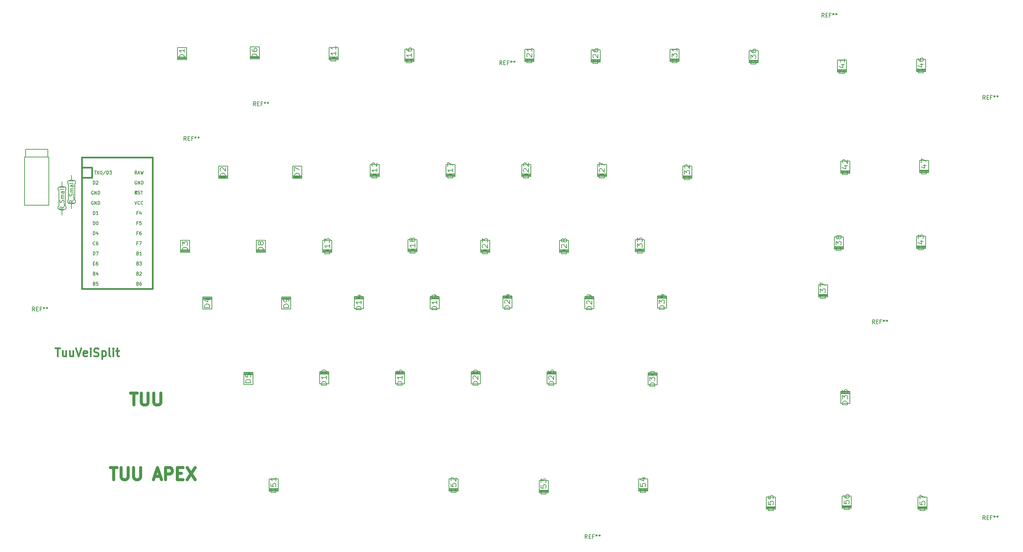
<source format=gbr>
%TF.GenerationSoftware,KiCad,Pcbnew,(5.1.9)-1*%
%TF.CreationDate,2021-04-06T00:29:57+03:00*%
%TF.ProjectId,SplitHside2,53706c69-7448-4736-9964-65322e6b6963,rev?*%
%TF.SameCoordinates,Original*%
%TF.FileFunction,Legend,Top*%
%TF.FilePolarity,Positive*%
%FSLAX46Y46*%
G04 Gerber Fmt 4.6, Leading zero omitted, Abs format (unit mm)*
G04 Created by KiCad (PCBNEW (5.1.9)-1) date 2021-04-06 00:29:57*
%MOMM*%
%LPD*%
G01*
G04 APERTURE LIST*
%ADD10C,0.750000*%
%ADD11C,0.400000*%
%ADD12C,0.150000*%
%ADD13C,0.203200*%
%ADD14C,0.381000*%
%ADD15C,0.200000*%
G04 APERTURE END LIST*
D10*
X33057425Y-116375367D02*
X34771710Y-116375367D01*
X33914567Y-119375367D02*
X33914567Y-116375367D01*
X35771710Y-116375367D02*
X35771710Y-118803939D01*
X35914567Y-119089653D01*
X36057425Y-119232510D01*
X36343139Y-119375367D01*
X36914567Y-119375367D01*
X37200282Y-119232510D01*
X37343139Y-119089653D01*
X37485996Y-118803939D01*
X37485996Y-116375367D01*
X38914567Y-116375367D02*
X38914567Y-118803939D01*
X39057425Y-119089653D01*
X39200282Y-119232510D01*
X39485996Y-119375367D01*
X40057425Y-119375367D01*
X40343139Y-119232510D01*
X40485996Y-119089653D01*
X40628853Y-118803939D01*
X40628853Y-116375367D01*
X27980214Y-135127317D02*
X29694500Y-135127317D01*
X28837357Y-138127317D02*
X28837357Y-135127317D01*
X30694500Y-135127317D02*
X30694500Y-137555889D01*
X30837357Y-137841603D01*
X30980214Y-137984460D01*
X31265928Y-138127317D01*
X31837357Y-138127317D01*
X32123071Y-137984460D01*
X32265928Y-137841603D01*
X32408785Y-137555889D01*
X32408785Y-135127317D01*
X33837357Y-135127317D02*
X33837357Y-137555889D01*
X33980214Y-137841603D01*
X34123071Y-137984460D01*
X34408785Y-138127317D01*
X34980214Y-138127317D01*
X35265928Y-137984460D01*
X35408785Y-137841603D01*
X35551642Y-137555889D01*
X35551642Y-135127317D01*
X39123071Y-137270175D02*
X40551642Y-137270175D01*
X38837357Y-138127317D02*
X39837357Y-135127317D01*
X40837357Y-138127317D01*
X41837357Y-138127317D02*
X41837357Y-135127317D01*
X42980214Y-135127317D01*
X43265928Y-135270175D01*
X43408785Y-135413032D01*
X43551642Y-135698746D01*
X43551642Y-136127317D01*
X43408785Y-136413032D01*
X43265928Y-136555889D01*
X42980214Y-136698746D01*
X41837357Y-136698746D01*
X44837357Y-136555889D02*
X45837357Y-136555889D01*
X46265928Y-138127317D02*
X44837357Y-138127317D01*
X44837357Y-135127317D01*
X46265928Y-135127317D01*
X47265928Y-135127317D02*
X49265928Y-138127317D01*
X49265928Y-135127317D02*
X47265928Y-138127317D01*
D11*
X14174925Y-105165811D02*
X15317782Y-105165811D01*
X14746353Y-107165811D02*
X14746353Y-105165811D01*
X16841591Y-105832478D02*
X16841591Y-107165811D01*
X15984448Y-105832478D02*
X15984448Y-106880097D01*
X16079686Y-107070573D01*
X16270163Y-107165811D01*
X16555877Y-107165811D01*
X16746353Y-107070573D01*
X16841591Y-106975335D01*
X18651115Y-105832478D02*
X18651115Y-107165811D01*
X17793972Y-105832478D02*
X17793972Y-106880097D01*
X17889210Y-107070573D01*
X18079686Y-107165811D01*
X18365401Y-107165811D01*
X18555877Y-107070573D01*
X18651115Y-106975335D01*
X19317782Y-105165811D02*
X19984448Y-107165811D01*
X20651115Y-105165811D01*
X22079686Y-107070573D02*
X21889210Y-107165811D01*
X21508258Y-107165811D01*
X21317782Y-107070573D01*
X21222544Y-106880097D01*
X21222544Y-106118192D01*
X21317782Y-105927716D01*
X21508258Y-105832478D01*
X21889210Y-105832478D01*
X22079686Y-105927716D01*
X22174925Y-106118192D01*
X22174925Y-106308669D01*
X21222544Y-106499145D01*
X23032067Y-107165811D02*
X23032067Y-105832478D01*
X23032067Y-105165811D02*
X22936829Y-105261050D01*
X23032067Y-105356288D01*
X23127305Y-105261050D01*
X23032067Y-105165811D01*
X23032067Y-105356288D01*
X23889210Y-107070573D02*
X24174925Y-107165811D01*
X24651115Y-107165811D01*
X24841591Y-107070573D01*
X24936829Y-106975335D01*
X25032067Y-106784859D01*
X25032067Y-106594383D01*
X24936829Y-106403907D01*
X24841591Y-106308669D01*
X24651115Y-106213430D01*
X24270163Y-106118192D01*
X24079686Y-106022954D01*
X23984448Y-105927716D01*
X23889210Y-105737240D01*
X23889210Y-105546764D01*
X23984448Y-105356288D01*
X24079686Y-105261050D01*
X24270163Y-105165811D01*
X24746353Y-105165811D01*
X25032067Y-105261050D01*
X25889210Y-105832478D02*
X25889210Y-107832478D01*
X25889210Y-105927716D02*
X26079686Y-105832478D01*
X26460639Y-105832478D01*
X26651115Y-105927716D01*
X26746353Y-106022954D01*
X26841591Y-106213430D01*
X26841591Y-106784859D01*
X26746353Y-106975335D01*
X26651115Y-107070573D01*
X26460639Y-107165811D01*
X26079686Y-107165811D01*
X25889210Y-107070573D01*
X27984448Y-107165811D02*
X27793972Y-107070573D01*
X27698734Y-106880097D01*
X27698734Y-105165811D01*
X28746353Y-107165811D02*
X28746353Y-105832478D01*
X28746353Y-105165811D02*
X28651115Y-105261050D01*
X28746353Y-105356288D01*
X28841591Y-105261050D01*
X28746353Y-105165811D01*
X28746353Y-105356288D01*
X29413020Y-105832478D02*
X30174924Y-105832478D01*
X29698734Y-105165811D02*
X29698734Y-106880097D01*
X29793972Y-107070573D01*
X29984448Y-107165811D01*
X30174924Y-107165811D01*
D12*
%TO.C,R2*%
X19056250Y-63881250D02*
X19056250Y-67881250D01*
X19056250Y-67881250D02*
X19256250Y-68081250D01*
X19256250Y-68081250D02*
X19256250Y-68481250D01*
X19256250Y-68481250D02*
X19056250Y-68681250D01*
X19056250Y-68681250D02*
X18256250Y-68881250D01*
X18256250Y-68881250D02*
X17456250Y-68681250D01*
X17456250Y-68681250D02*
X17256250Y-68481250D01*
X17256250Y-68481250D02*
X17256250Y-68081250D01*
X17256250Y-68081250D02*
X17456250Y-67881250D01*
X17456250Y-67881250D02*
X17456250Y-63881250D01*
X17456250Y-63881250D02*
X17256250Y-63681250D01*
X17256250Y-63681250D02*
X17256250Y-63281250D01*
X17256250Y-63281250D02*
X17456250Y-63081250D01*
X17456250Y-63081250D02*
X18256250Y-62881250D01*
X18256250Y-62881250D02*
X19056250Y-63081250D01*
X19056250Y-63081250D02*
X19256250Y-63281250D01*
X19256250Y-63281250D02*
X19256250Y-63681250D01*
X19256250Y-63681250D02*
X19056250Y-63881250D01*
X18256250Y-61681250D02*
X18256250Y-62881250D01*
X18256250Y-68881250D02*
X18256250Y-70081250D01*
%TO.C,R1*%
X16675000Y-65468750D02*
X16675000Y-69468750D01*
X16675000Y-69468750D02*
X16875000Y-69668750D01*
X16875000Y-69668750D02*
X16875000Y-70068750D01*
X16875000Y-70068750D02*
X16675000Y-70268750D01*
X16675000Y-70268750D02*
X15875000Y-70468750D01*
X15875000Y-70468750D02*
X15075000Y-70268750D01*
X15075000Y-70268750D02*
X14875000Y-70068750D01*
X14875000Y-70068750D02*
X14875000Y-69668750D01*
X14875000Y-69668750D02*
X15075000Y-69468750D01*
X15075000Y-69468750D02*
X15075000Y-65468750D01*
X15075000Y-65468750D02*
X14875000Y-65268750D01*
X14875000Y-65268750D02*
X14875000Y-64868750D01*
X14875000Y-64868750D02*
X15075000Y-64668750D01*
X15075000Y-64668750D02*
X15875000Y-64468750D01*
X15875000Y-64468750D02*
X16675000Y-64668750D01*
X16675000Y-64668750D02*
X16875000Y-64868750D01*
X16875000Y-64868750D02*
X16875000Y-65268750D01*
X16875000Y-65268750D02*
X16675000Y-65468750D01*
X15875000Y-63268750D02*
X15875000Y-64468750D01*
X15875000Y-70468750D02*
X15875000Y-71668750D01*
%TO.C,D51*%
X67956540Y-140441820D02*
X70156540Y-140441820D01*
X70156540Y-140641820D02*
X67956540Y-140641820D01*
X70056540Y-140841820D02*
X70156540Y-140841820D01*
X70156540Y-140841820D02*
X70056540Y-140841820D01*
X67956540Y-140841820D02*
X70056540Y-140841820D01*
D13*
X70199540Y-138017820D02*
X70199540Y-141065820D01*
X70199540Y-141065820D02*
X67913540Y-141065820D01*
X67913540Y-141065820D02*
X67913540Y-138017820D01*
X67913540Y-138017820D02*
X70199540Y-138017820D01*
D14*
%TO.C,J1*%
X20875750Y-59769690D02*
X20875750Y-90249690D01*
X20875750Y-90249690D02*
X38655750Y-90249690D01*
X38655750Y-90249690D02*
X38655750Y-59769690D01*
X23415750Y-59769690D02*
X23415750Y-62309690D01*
X23415750Y-62309690D02*
X20875750Y-62309690D01*
D12*
G36*
X34697318Y-65649050D02*
G01*
X34697318Y-65949050D01*
X34597318Y-65949050D01*
X34597318Y-65649050D01*
X34697318Y-65649050D01*
G37*
X34697318Y-65649050D02*
X34697318Y-65949050D01*
X34597318Y-65949050D01*
X34597318Y-65649050D01*
X34697318Y-65649050D01*
G36*
X34497318Y-66049050D02*
G01*
X34497318Y-66149050D01*
X34397318Y-66149050D01*
X34397318Y-66049050D01*
X34497318Y-66049050D01*
G37*
X34497318Y-66049050D02*
X34497318Y-66149050D01*
X34397318Y-66149050D01*
X34397318Y-66049050D01*
X34497318Y-66049050D01*
G36*
X34697318Y-65649050D02*
G01*
X34697318Y-65749050D01*
X34197318Y-65749050D01*
X34197318Y-65649050D01*
X34697318Y-65649050D01*
G37*
X34697318Y-65649050D02*
X34697318Y-65749050D01*
X34197318Y-65749050D01*
X34197318Y-65649050D01*
X34697318Y-65649050D01*
G36*
X34297318Y-65649050D02*
G01*
X34297318Y-66449050D01*
X34197318Y-66449050D01*
X34197318Y-65649050D01*
X34297318Y-65649050D01*
G37*
X34297318Y-65649050D02*
X34297318Y-66449050D01*
X34197318Y-66449050D01*
X34197318Y-65649050D01*
X34297318Y-65649050D01*
G36*
X34697318Y-66249050D02*
G01*
X34697318Y-66449050D01*
X34597318Y-66449050D01*
X34597318Y-66249050D01*
X34697318Y-66249050D01*
G37*
X34697318Y-66249050D02*
X34697318Y-66449050D01*
X34597318Y-66449050D01*
X34597318Y-66249050D01*
X34697318Y-66249050D01*
D14*
X38655750Y-59769690D02*
X38655750Y-57229690D01*
X38655750Y-57229690D02*
X20875750Y-57229690D01*
X20875750Y-57229690D02*
X20875750Y-59769690D01*
X23415750Y-59769690D02*
X20875750Y-59769690D01*
D12*
%TO.C,D6*%
X63193750Y-31856250D02*
X65393750Y-31856250D01*
X65393750Y-32056250D02*
X63193750Y-32056250D01*
X65293750Y-32256250D02*
X65393750Y-32256250D01*
X65393750Y-32256250D02*
X65293750Y-32256250D01*
X63193750Y-32256250D02*
X65293750Y-32256250D01*
D13*
X65436750Y-29432250D02*
X65436750Y-32480250D01*
X65436750Y-32480250D02*
X63150750Y-32480250D01*
X63150750Y-32480250D02*
X63150750Y-29432250D01*
X63150750Y-29432250D02*
X65436750Y-29432250D01*
D12*
%TO.C,D47*%
X231468750Y-60431250D02*
X233668750Y-60431250D01*
X233668750Y-60631250D02*
X231468750Y-60631250D01*
X233568750Y-60831250D02*
X233668750Y-60831250D01*
X233668750Y-60831250D02*
X233568750Y-60831250D01*
X231468750Y-60831250D02*
X233568750Y-60831250D01*
D13*
X233711750Y-58007250D02*
X233711750Y-61055250D01*
X233711750Y-61055250D02*
X231425750Y-61055250D01*
X231425750Y-61055250D02*
X231425750Y-58007250D01*
X231425750Y-58007250D02*
X233711750Y-58007250D01*
D12*
%TO.C,D46*%
X230675000Y-35031250D02*
X232875000Y-35031250D01*
X232875000Y-35231250D02*
X230675000Y-35231250D01*
X232775000Y-35431250D02*
X232875000Y-35431250D01*
X232875000Y-35431250D02*
X232775000Y-35431250D01*
X230675000Y-35431250D02*
X232775000Y-35431250D01*
D13*
X232918000Y-32607250D02*
X232918000Y-35655250D01*
X232918000Y-35655250D02*
X230632000Y-35655250D01*
X230632000Y-35655250D02*
X230632000Y-32607250D01*
X230632000Y-32607250D02*
X232918000Y-32607250D01*
D12*
%TO.C,D43*%
X230675000Y-79481250D02*
X232875000Y-79481250D01*
X232875000Y-79681250D02*
X230675000Y-79681250D01*
X232775000Y-79881250D02*
X232875000Y-79881250D01*
X232875000Y-79881250D02*
X232775000Y-79881250D01*
X230675000Y-79881250D02*
X232775000Y-79881250D01*
D13*
X232918000Y-77057250D02*
X232918000Y-80105250D01*
X232918000Y-80105250D02*
X230632000Y-80105250D01*
X230632000Y-80105250D02*
X230632000Y-77057250D01*
X230632000Y-77057250D02*
X232918000Y-77057250D01*
D12*
%TO.C,D42*%
X211625000Y-60590000D02*
X213825000Y-60590000D01*
X213825000Y-60790000D02*
X211625000Y-60790000D01*
X213725000Y-60990000D02*
X213825000Y-60990000D01*
X213825000Y-60990000D02*
X213725000Y-60990000D01*
X211625000Y-60990000D02*
X213725000Y-60990000D01*
D13*
X213868000Y-58166000D02*
X213868000Y-61214000D01*
X213868000Y-61214000D02*
X211582000Y-61214000D01*
X211582000Y-61214000D02*
X211582000Y-58166000D01*
X211582000Y-58166000D02*
X213868000Y-58166000D01*
D12*
%TO.C,D41*%
X210831250Y-35190000D02*
X213031250Y-35190000D01*
X213031250Y-35390000D02*
X210831250Y-35390000D01*
X212931250Y-35590000D02*
X213031250Y-35590000D01*
X213031250Y-35590000D02*
X212931250Y-35590000D01*
X210831250Y-35590000D02*
X212931250Y-35590000D01*
D13*
X213074250Y-32766000D02*
X213074250Y-35814000D01*
X213074250Y-35814000D02*
X210788250Y-35814000D01*
X210788250Y-35814000D02*
X210788250Y-32766000D01*
X210788250Y-32766000D02*
X213074250Y-32766000D01*
D12*
%TO.C,D38*%
X210037500Y-79640000D02*
X212237500Y-79640000D01*
X212237500Y-79840000D02*
X210037500Y-79840000D01*
X212137500Y-80040000D02*
X212237500Y-80040000D01*
X212237500Y-80040000D02*
X212137500Y-80040000D01*
X210037500Y-80040000D02*
X212137500Y-80040000D01*
D13*
X212280500Y-77216000D02*
X212280500Y-80264000D01*
X212280500Y-80264000D02*
X209994500Y-80264000D01*
X209994500Y-80264000D02*
X209994500Y-77216000D01*
X209994500Y-77216000D02*
X212280500Y-77216000D01*
D12*
%TO.C,D37*%
X206069620Y-91625990D02*
X208269620Y-91625990D01*
X208269620Y-91825990D02*
X206069620Y-91825990D01*
X208169620Y-92025990D02*
X208269620Y-92025990D01*
X208269620Y-92025990D02*
X208169620Y-92025990D01*
X206069620Y-92025990D02*
X208169620Y-92025990D01*
D13*
X208312620Y-89201990D02*
X208312620Y-92249990D01*
X208312620Y-92249990D02*
X206026620Y-92249990D01*
X206026620Y-92249990D02*
X206026620Y-89201990D01*
X206026620Y-89201990D02*
X208312620Y-89201990D01*
D12*
%TO.C,D36*%
X188606250Y-32808750D02*
X190806250Y-32808750D01*
X190806250Y-33008750D02*
X188606250Y-33008750D01*
X190706250Y-33208750D02*
X190806250Y-33208750D01*
X190806250Y-33208750D02*
X190706250Y-33208750D01*
X188606250Y-33208750D02*
X190706250Y-33208750D01*
D13*
X190849250Y-30384750D02*
X190849250Y-33432750D01*
X190849250Y-33432750D02*
X188563250Y-33432750D01*
X188563250Y-33432750D02*
X188563250Y-30384750D01*
X188563250Y-30384750D02*
X190849250Y-30384750D01*
D12*
%TO.C,D35*%
X213825000Y-116575000D02*
X211625000Y-116575000D01*
X211625000Y-116375000D02*
X213825000Y-116375000D01*
X211725000Y-116175000D02*
X211625000Y-116175000D01*
X211625000Y-116175000D02*
X211725000Y-116175000D01*
X213825000Y-116175000D02*
X211725000Y-116175000D01*
D13*
X211582000Y-118999000D02*
X211582000Y-115951000D01*
X211582000Y-115951000D02*
X213868000Y-115951000D01*
X213868000Y-115951000D02*
X213868000Y-118999000D01*
X213868000Y-118999000D02*
X211582000Y-118999000D01*
D12*
%TO.C,D34*%
X167787500Y-92603750D02*
X165587500Y-92603750D01*
X165587500Y-92403750D02*
X167787500Y-92403750D01*
X165687500Y-92203750D02*
X165587500Y-92203750D01*
X165587500Y-92203750D02*
X165687500Y-92203750D01*
X167787500Y-92203750D02*
X165687500Y-92203750D01*
D13*
X165544500Y-95027750D02*
X165544500Y-91979750D01*
X165544500Y-91979750D02*
X167830500Y-91979750D01*
X167830500Y-91979750D02*
X167830500Y-95027750D01*
X167830500Y-95027750D02*
X165544500Y-95027750D01*
D12*
%TO.C,D33*%
X160031250Y-80275000D02*
X162231250Y-80275000D01*
X162231250Y-80475000D02*
X160031250Y-80475000D01*
X162131250Y-80675000D02*
X162231250Y-80675000D01*
X162231250Y-80675000D02*
X162131250Y-80675000D01*
X160031250Y-80675000D02*
X162131250Y-80675000D01*
D13*
X162274250Y-77851000D02*
X162274250Y-80899000D01*
X162274250Y-80899000D02*
X159988250Y-80899000D01*
X159988250Y-80899000D02*
X159988250Y-77851000D01*
X159988250Y-77851000D02*
X162274250Y-77851000D01*
D12*
%TO.C,D32*%
X171937500Y-61860240D02*
X174137500Y-61860240D01*
X174137500Y-62060240D02*
X171937500Y-62060240D01*
X174037500Y-62260240D02*
X174137500Y-62260240D01*
X174137500Y-62260240D02*
X174037500Y-62260240D01*
X171937500Y-62260240D02*
X174037500Y-62260240D01*
D13*
X174180500Y-59436240D02*
X174180500Y-62484240D01*
X174180500Y-62484240D02*
X171894500Y-62484240D01*
X171894500Y-62484240D02*
X171894500Y-59436240D01*
X171894500Y-59436240D02*
X174180500Y-59436240D01*
D12*
%TO.C,D31*%
X168762500Y-32491250D02*
X170962500Y-32491250D01*
X170962500Y-32691250D02*
X168762500Y-32691250D01*
X170862500Y-32891250D02*
X170962500Y-32891250D01*
X170962500Y-32891250D02*
X170862500Y-32891250D01*
X168762500Y-32891250D02*
X170862500Y-32891250D01*
D13*
X171005500Y-30067250D02*
X171005500Y-33115250D01*
X171005500Y-33115250D02*
X168719500Y-33115250D01*
X168719500Y-33115250D02*
X168719500Y-30067250D01*
X168719500Y-30067250D02*
X171005500Y-30067250D01*
D12*
%TO.C,D30*%
X165406250Y-111971250D02*
X163206250Y-111971250D01*
X163206250Y-111771250D02*
X165406250Y-111771250D01*
X163306250Y-111571250D02*
X163206250Y-111571250D01*
X163206250Y-111571250D02*
X163306250Y-111571250D01*
X165406250Y-111571250D02*
X163306250Y-111571250D01*
D13*
X163163250Y-114395250D02*
X163163250Y-111347250D01*
X163163250Y-111347250D02*
X165449250Y-111347250D01*
X165449250Y-111347250D02*
X165449250Y-114395250D01*
X165449250Y-114395250D02*
X163163250Y-114395250D01*
D12*
%TO.C,D29*%
X149531250Y-92762500D02*
X147331250Y-92762500D01*
X147331250Y-92562500D02*
X149531250Y-92562500D01*
X147431250Y-92362500D02*
X147331250Y-92362500D01*
X147331250Y-92362500D02*
X147431250Y-92362500D01*
X149531250Y-92362500D02*
X147431250Y-92362500D01*
D13*
X147288250Y-95186500D02*
X147288250Y-92138500D01*
X147288250Y-92138500D02*
X149574250Y-92138500D01*
X149574250Y-92138500D02*
X149574250Y-95186500D01*
X149574250Y-95186500D02*
X147288250Y-95186500D01*
D12*
%TO.C,D28*%
X140981250Y-80433750D02*
X143181250Y-80433750D01*
X143181250Y-80633750D02*
X140981250Y-80633750D01*
X143081250Y-80833750D02*
X143181250Y-80833750D01*
X143181250Y-80833750D02*
X143081250Y-80833750D01*
X140981250Y-80833750D02*
X143081250Y-80833750D01*
D13*
X143224250Y-78009750D02*
X143224250Y-81057750D01*
X143224250Y-81057750D02*
X140938250Y-81057750D01*
X140938250Y-81057750D02*
X140938250Y-78009750D01*
X140938250Y-78009750D02*
X143224250Y-78009750D01*
D12*
%TO.C,D27*%
X150506250Y-61383750D02*
X152706250Y-61383750D01*
X152706250Y-61583750D02*
X150506250Y-61583750D01*
X152606250Y-61783750D02*
X152706250Y-61783750D01*
X152706250Y-61783750D02*
X152606250Y-61783750D01*
X150506250Y-61783750D02*
X152606250Y-61783750D01*
D13*
X152749250Y-58959750D02*
X152749250Y-62007750D01*
X152749250Y-62007750D02*
X150463250Y-62007750D01*
X150463250Y-62007750D02*
X150463250Y-58959750D01*
X150463250Y-58959750D02*
X152749250Y-58959750D01*
D12*
%TO.C,D26*%
X148918750Y-32650000D02*
X151118750Y-32650000D01*
X151118750Y-32850000D02*
X148918750Y-32850000D01*
X151018750Y-33050000D02*
X151118750Y-33050000D01*
X151118750Y-33050000D02*
X151018750Y-33050000D01*
X148918750Y-33050000D02*
X151018750Y-33050000D01*
D13*
X151161750Y-30226000D02*
X151161750Y-33274000D01*
X151161750Y-33274000D02*
X148875750Y-33274000D01*
X148875750Y-33274000D02*
X148875750Y-30226000D01*
X148875750Y-30226000D02*
X151161750Y-30226000D01*
D12*
%TO.C,D25*%
X140006250Y-111653750D02*
X137806250Y-111653750D01*
X137806250Y-111453750D02*
X140006250Y-111453750D01*
X137906250Y-111253750D02*
X137806250Y-111253750D01*
X137806250Y-111253750D02*
X137906250Y-111253750D01*
X140006250Y-111253750D02*
X137906250Y-111253750D01*
D13*
X137763250Y-114077750D02*
X137763250Y-111029750D01*
X137763250Y-111029750D02*
X140049250Y-111029750D01*
X140049250Y-111029750D02*
X140049250Y-114077750D01*
X140049250Y-114077750D02*
X137763250Y-114077750D01*
D12*
%TO.C,D24*%
X128893750Y-92603750D02*
X126693750Y-92603750D01*
X126693750Y-92403750D02*
X128893750Y-92403750D01*
X126793750Y-92203750D02*
X126693750Y-92203750D01*
X126693750Y-92203750D02*
X126793750Y-92203750D01*
X128893750Y-92203750D02*
X126793750Y-92203750D01*
D13*
X126650750Y-95027750D02*
X126650750Y-91979750D01*
X126650750Y-91979750D02*
X128936750Y-91979750D01*
X128936750Y-91979750D02*
X128936750Y-95027750D01*
X128936750Y-95027750D02*
X126650750Y-95027750D01*
D12*
%TO.C,D23*%
X121137500Y-80433750D02*
X123337500Y-80433750D01*
X123337500Y-80633750D02*
X121137500Y-80633750D01*
X123237500Y-80833750D02*
X123337500Y-80833750D01*
X123337500Y-80833750D02*
X123237500Y-80833750D01*
X121137500Y-80833750D02*
X123237500Y-80833750D01*
D13*
X123380500Y-78009750D02*
X123380500Y-81057750D01*
X123380500Y-81057750D02*
X121094500Y-81057750D01*
X121094500Y-81057750D02*
X121094500Y-78009750D01*
X121094500Y-78009750D02*
X123380500Y-78009750D01*
D12*
%TO.C,D22*%
X131456250Y-61383750D02*
X133656250Y-61383750D01*
X133656250Y-61583750D02*
X131456250Y-61583750D01*
X133556250Y-61783750D02*
X133656250Y-61783750D01*
X133656250Y-61783750D02*
X133556250Y-61783750D01*
X131456250Y-61783750D02*
X133556250Y-61783750D01*
D13*
X133699250Y-58959750D02*
X133699250Y-62007750D01*
X133699250Y-62007750D02*
X131413250Y-62007750D01*
X131413250Y-62007750D02*
X131413250Y-58959750D01*
X131413250Y-58959750D02*
X133699250Y-58959750D01*
D12*
%TO.C,D21*%
X132250000Y-32491250D02*
X134450000Y-32491250D01*
X134450000Y-32691250D02*
X132250000Y-32691250D01*
X134350000Y-32891250D02*
X134450000Y-32891250D01*
X134450000Y-32891250D02*
X134350000Y-32891250D01*
X132250000Y-32891250D02*
X134350000Y-32891250D01*
D13*
X134493000Y-30067250D02*
X134493000Y-33115250D01*
X134493000Y-33115250D02*
X132207000Y-33115250D01*
X132207000Y-33115250D02*
X132207000Y-30067250D01*
X132207000Y-30067250D02*
X134493000Y-30067250D01*
D12*
%TO.C,D20*%
X120956250Y-111653750D02*
X118756250Y-111653750D01*
X118756250Y-111453750D02*
X120956250Y-111453750D01*
X118856250Y-111253750D02*
X118756250Y-111253750D01*
X118756250Y-111253750D02*
X118856250Y-111253750D01*
X120956250Y-111253750D02*
X118856250Y-111253750D01*
D13*
X118713250Y-114077750D02*
X118713250Y-111029750D01*
X118713250Y-111029750D02*
X120999250Y-111029750D01*
X120999250Y-111029750D02*
X120999250Y-114077750D01*
X120999250Y-114077750D02*
X118713250Y-114077750D01*
D12*
%TO.C,D19*%
X110637500Y-92762500D02*
X108437500Y-92762500D01*
X108437500Y-92562500D02*
X110637500Y-92562500D01*
X108537500Y-92362500D02*
X108437500Y-92362500D01*
X108437500Y-92362500D02*
X108537500Y-92362500D01*
X110637500Y-92362500D02*
X108537500Y-92362500D01*
D13*
X108394500Y-95186500D02*
X108394500Y-92138500D01*
X108394500Y-92138500D02*
X110680500Y-92138500D01*
X110680500Y-92138500D02*
X110680500Y-95186500D01*
X110680500Y-95186500D02*
X108394500Y-95186500D01*
D12*
%TO.C,D18*%
X102881250Y-80275000D02*
X105081250Y-80275000D01*
X105081250Y-80475000D02*
X102881250Y-80475000D01*
X104981250Y-80675000D02*
X105081250Y-80675000D01*
X105081250Y-80675000D02*
X104981250Y-80675000D01*
X102881250Y-80675000D02*
X104981250Y-80675000D01*
D13*
X105124250Y-77851000D02*
X105124250Y-80899000D01*
X105124250Y-80899000D02*
X102838250Y-80899000D01*
X102838250Y-80899000D02*
X102838250Y-77851000D01*
X102838250Y-77851000D02*
X105124250Y-77851000D01*
D12*
%TO.C,D17*%
X112406250Y-61383750D02*
X114606250Y-61383750D01*
X114606250Y-61583750D02*
X112406250Y-61583750D01*
X114506250Y-61783750D02*
X114606250Y-61783750D01*
X114606250Y-61783750D02*
X114506250Y-61783750D01*
X112406250Y-61783750D02*
X114506250Y-61783750D01*
D13*
X114649250Y-58959750D02*
X114649250Y-62007750D01*
X114649250Y-62007750D02*
X112363250Y-62007750D01*
X112363250Y-62007750D02*
X112363250Y-58959750D01*
X112363250Y-58959750D02*
X114649250Y-58959750D01*
D12*
%TO.C,D16*%
X102087500Y-32491250D02*
X104287500Y-32491250D01*
X104287500Y-32691250D02*
X102087500Y-32691250D01*
X104187500Y-32891250D02*
X104287500Y-32891250D01*
X104287500Y-32891250D02*
X104187500Y-32891250D01*
X102087500Y-32891250D02*
X104187500Y-32891250D01*
D13*
X104330500Y-30067250D02*
X104330500Y-33115250D01*
X104330500Y-33115250D02*
X102044500Y-33115250D01*
X102044500Y-33115250D02*
X102044500Y-30067250D01*
X102044500Y-30067250D02*
X104330500Y-30067250D01*
D12*
%TO.C,D15*%
X101906250Y-111653750D02*
X99706250Y-111653750D01*
X99706250Y-111453750D02*
X101906250Y-111453750D01*
X99806250Y-111253750D02*
X99706250Y-111253750D01*
X99706250Y-111253750D02*
X99806250Y-111253750D01*
X101906250Y-111253750D02*
X99806250Y-111253750D01*
D13*
X99663250Y-114077750D02*
X99663250Y-111029750D01*
X99663250Y-111029750D02*
X101949250Y-111029750D01*
X101949250Y-111029750D02*
X101949250Y-114077750D01*
X101949250Y-114077750D02*
X99663250Y-114077750D01*
D12*
%TO.C,D14*%
X91587500Y-92762500D02*
X89387500Y-92762500D01*
X89387500Y-92562500D02*
X91587500Y-92562500D01*
X89487500Y-92362500D02*
X89387500Y-92362500D01*
X89387500Y-92362500D02*
X89487500Y-92362500D01*
X91587500Y-92362500D02*
X89487500Y-92362500D01*
D13*
X89344500Y-95186500D02*
X89344500Y-92138500D01*
X89344500Y-92138500D02*
X91630500Y-92138500D01*
X91630500Y-92138500D02*
X91630500Y-95186500D01*
X91630500Y-95186500D02*
X89344500Y-95186500D01*
D12*
%TO.C,D13*%
X81450000Y-80433750D02*
X83650000Y-80433750D01*
X83650000Y-80633750D02*
X81450000Y-80633750D01*
X83550000Y-80833750D02*
X83650000Y-80833750D01*
X83650000Y-80833750D02*
X83550000Y-80833750D01*
X81450000Y-80833750D02*
X83550000Y-80833750D01*
D13*
X83693000Y-78009750D02*
X83693000Y-81057750D01*
X83693000Y-81057750D02*
X81407000Y-81057750D01*
X81407000Y-81057750D02*
X81407000Y-78009750D01*
X81407000Y-78009750D02*
X83693000Y-78009750D01*
D12*
%TO.C,D12*%
X93356250Y-61383750D02*
X95556250Y-61383750D01*
X95556250Y-61583750D02*
X93356250Y-61583750D01*
X95456250Y-61783750D02*
X95556250Y-61783750D01*
X95556250Y-61783750D02*
X95456250Y-61783750D01*
X93356250Y-61783750D02*
X95456250Y-61783750D01*
D13*
X95599250Y-58959750D02*
X95599250Y-62007750D01*
X95599250Y-62007750D02*
X93313250Y-62007750D01*
X93313250Y-62007750D02*
X93313250Y-58959750D01*
X93313250Y-58959750D02*
X95599250Y-58959750D01*
D12*
%TO.C,D11*%
X83037500Y-32015000D02*
X85237500Y-32015000D01*
X85237500Y-32215000D02*
X83037500Y-32215000D01*
X85137500Y-32415000D02*
X85237500Y-32415000D01*
X85237500Y-32415000D02*
X85137500Y-32415000D01*
X83037500Y-32415000D02*
X85137500Y-32415000D01*
D13*
X85280500Y-29591000D02*
X85280500Y-32639000D01*
X85280500Y-32639000D02*
X82994500Y-32639000D01*
X82994500Y-32639000D02*
X82994500Y-29591000D01*
X82994500Y-29591000D02*
X85280500Y-29591000D01*
D12*
%TO.C,D10*%
X82856250Y-111653750D02*
X80656250Y-111653750D01*
X80656250Y-111453750D02*
X82856250Y-111453750D01*
X80756250Y-111253750D02*
X80656250Y-111253750D01*
X80656250Y-111253750D02*
X80756250Y-111253750D01*
X82856250Y-111253750D02*
X80756250Y-111253750D01*
D13*
X80613250Y-114077750D02*
X80613250Y-111029750D01*
X80613250Y-111029750D02*
X82899250Y-111029750D01*
X82899250Y-111029750D02*
X82899250Y-114077750D01*
X82899250Y-114077750D02*
X80613250Y-114077750D01*
D12*
%TO.C,D9*%
X73331250Y-92921250D02*
X71131250Y-92921250D01*
X71131250Y-92721250D02*
X73331250Y-92721250D01*
X71231250Y-92521250D02*
X71131250Y-92521250D01*
X71131250Y-92521250D02*
X71231250Y-92521250D01*
X73331250Y-92521250D02*
X71231250Y-92521250D01*
D13*
X71088250Y-95345250D02*
X71088250Y-92297250D01*
X71088250Y-92297250D02*
X73374250Y-92297250D01*
X73374250Y-92297250D02*
X73374250Y-95345250D01*
X73374250Y-95345250D02*
X71088250Y-95345250D01*
D12*
%TO.C,D8*%
X64781250Y-80433750D02*
X66981250Y-80433750D01*
X66981250Y-80633750D02*
X64781250Y-80633750D01*
X66881250Y-80833750D02*
X66981250Y-80833750D01*
X66981250Y-80833750D02*
X66881250Y-80833750D01*
X64781250Y-80833750D02*
X66881250Y-80833750D01*
D13*
X67024250Y-78009750D02*
X67024250Y-81057750D01*
X67024250Y-81057750D02*
X64738250Y-81057750D01*
X64738250Y-81057750D02*
X64738250Y-78009750D01*
X64738250Y-78009750D02*
X67024250Y-78009750D01*
D12*
%TO.C,D7*%
X73909690Y-61860240D02*
X76109690Y-61860240D01*
X76109690Y-62060240D02*
X73909690Y-62060240D01*
X76009690Y-62260240D02*
X76109690Y-62260240D01*
X76109690Y-62260240D02*
X76009690Y-62260240D01*
X73909690Y-62260240D02*
X76009690Y-62260240D01*
D13*
X76152690Y-59436240D02*
X76152690Y-62484240D01*
X76152690Y-62484240D02*
X73866690Y-62484240D01*
X73866690Y-62484240D02*
X73866690Y-59436240D01*
X73866690Y-59436240D02*
X76152690Y-59436240D01*
D12*
%TO.C,D5*%
X63806250Y-111812500D02*
X61606250Y-111812500D01*
X61606250Y-111612500D02*
X63806250Y-111612500D01*
X61706250Y-111412500D02*
X61606250Y-111412500D01*
X61606250Y-111412500D02*
X61706250Y-111412500D01*
X63806250Y-111412500D02*
X61706250Y-111412500D01*
D13*
X61563250Y-114236500D02*
X61563250Y-111188500D01*
X61563250Y-111188500D02*
X63849250Y-111188500D01*
X63849250Y-111188500D02*
X63849250Y-114236500D01*
X63849250Y-114236500D02*
X61563250Y-114236500D01*
D12*
%TO.C,D4*%
X53487500Y-92921250D02*
X51287500Y-92921250D01*
X51287500Y-92721250D02*
X53487500Y-92721250D01*
X51387500Y-92521250D02*
X51287500Y-92521250D01*
X51287500Y-92521250D02*
X51387500Y-92521250D01*
X53487500Y-92521250D02*
X51387500Y-92521250D01*
D13*
X51244500Y-95345250D02*
X51244500Y-92297250D01*
X51244500Y-92297250D02*
X53530500Y-92297250D01*
X53530500Y-92297250D02*
X53530500Y-95345250D01*
X53530500Y-95345250D02*
X51244500Y-95345250D01*
D12*
%TO.C,D3*%
X45731250Y-80433750D02*
X47931250Y-80433750D01*
X47931250Y-80633750D02*
X45731250Y-80633750D01*
X47831250Y-80833750D02*
X47931250Y-80833750D01*
X47931250Y-80833750D02*
X47831250Y-80833750D01*
X45731250Y-80833750D02*
X47831250Y-80833750D01*
D13*
X47974250Y-78009750D02*
X47974250Y-81057750D01*
X47974250Y-81057750D02*
X45688250Y-81057750D01*
X45688250Y-81057750D02*
X45688250Y-78009750D01*
X45688250Y-78009750D02*
X47974250Y-78009750D01*
D12*
%TO.C,D2*%
X55256250Y-61860000D02*
X57456250Y-61860000D01*
X57456250Y-62060000D02*
X55256250Y-62060000D01*
X57356250Y-62260000D02*
X57456250Y-62260000D01*
X57456250Y-62260000D02*
X57356250Y-62260000D01*
X55256250Y-62260000D02*
X57356250Y-62260000D01*
D13*
X57499250Y-59436000D02*
X57499250Y-62484000D01*
X57499250Y-62484000D02*
X55213250Y-62484000D01*
X55213250Y-62484000D02*
X55213250Y-59436000D01*
X55213250Y-59436000D02*
X57499250Y-59436000D01*
D12*
%TO.C,D1*%
X44937500Y-32015000D02*
X47137500Y-32015000D01*
X47137500Y-32215000D02*
X44937500Y-32215000D01*
X47037500Y-32415000D02*
X47137500Y-32415000D01*
X47137500Y-32415000D02*
X47037500Y-32415000D01*
X44937500Y-32415000D02*
X47037500Y-32415000D01*
D13*
X47180500Y-29591000D02*
X47180500Y-32639000D01*
X47180500Y-32639000D02*
X44894500Y-32639000D01*
X44894500Y-32639000D02*
X44894500Y-29591000D01*
X44894500Y-29591000D02*
X47180500Y-29591000D01*
D12*
%TO.C,J2*%
X12575040Y-57150240D02*
X6475040Y-57150240D01*
X12575040Y-69250240D02*
X6475040Y-69250240D01*
X12575040Y-57150240D02*
X12575040Y-69250240D01*
X6475040Y-57150240D02*
X6475040Y-69250240D01*
X12325040Y-57150240D02*
X12325040Y-55150240D01*
X6725040Y-57150240D02*
X6725040Y-55150240D01*
X12325040Y-55150240D02*
X6725040Y-55150240D01*
D13*
%TO.C,D52*%
X113157480Y-138017820D02*
X115443480Y-138017820D01*
X113157480Y-141065820D02*
X113157480Y-138017820D01*
X115443480Y-141065820D02*
X113157480Y-141065820D01*
X115443480Y-138017820D02*
X115443480Y-141065820D01*
D12*
X113200480Y-140841820D02*
X115300480Y-140841820D01*
X115400480Y-140841820D02*
X115300480Y-140841820D01*
X115300480Y-140841820D02*
X115400480Y-140841820D01*
X115400480Y-140641820D02*
X113200480Y-140641820D01*
X113200480Y-140441820D02*
X115400480Y-140441820D01*
%TO.C,D53*%
X135849899Y-140821650D02*
X138049899Y-140821650D01*
X138049899Y-141021650D02*
X135849899Y-141021650D01*
X137949899Y-141221650D02*
X138049899Y-141221650D01*
X138049899Y-141221650D02*
X137949899Y-141221650D01*
X135849899Y-141221650D02*
X137949899Y-141221650D01*
D13*
X138092899Y-138397650D02*
X138092899Y-141445650D01*
X138092899Y-141445650D02*
X135806899Y-141445650D01*
X135806899Y-141445650D02*
X135806899Y-138397650D01*
X135806899Y-138397650D02*
X138092899Y-138397650D01*
%TO.C,D54*%
X160782680Y-138017820D02*
X163068680Y-138017820D01*
X160782680Y-141065820D02*
X160782680Y-138017820D01*
X163068680Y-141065820D02*
X160782680Y-141065820D01*
X163068680Y-138017820D02*
X163068680Y-141065820D01*
D12*
X160825680Y-140841820D02*
X162925680Y-140841820D01*
X163025680Y-140841820D02*
X162925680Y-140841820D01*
X162925680Y-140841820D02*
X163025680Y-140841820D01*
X163025680Y-140641820D02*
X160825680Y-140641820D01*
X160825680Y-140441820D02*
X163025680Y-140441820D01*
D13*
%TO.C,D55*%
X192929690Y-142542230D02*
X195215690Y-142542230D01*
X192929690Y-145590230D02*
X192929690Y-142542230D01*
X195215690Y-145590230D02*
X192929690Y-145590230D01*
X195215690Y-142542230D02*
X195215690Y-145590230D01*
D12*
X192972690Y-145366230D02*
X195072690Y-145366230D01*
X195172690Y-145366230D02*
X195072690Y-145366230D01*
X195072690Y-145366230D02*
X195172690Y-145366230D01*
X195172690Y-145166230D02*
X192972690Y-145166230D01*
X192972690Y-144966230D02*
X195172690Y-144966230D01*
%TO.C,D56*%
X212022770Y-144728120D02*
X214222770Y-144728120D01*
X214222770Y-144928120D02*
X212022770Y-144928120D01*
X214122770Y-145128120D02*
X214222770Y-145128120D01*
X214222770Y-145128120D02*
X214122770Y-145128120D01*
X212022770Y-145128120D02*
X214122770Y-145128120D01*
D13*
X214265770Y-142304120D02*
X214265770Y-145352120D01*
X214265770Y-145352120D02*
X211979770Y-145352120D01*
X211979770Y-145352120D02*
X211979770Y-142304120D01*
X211979770Y-142304120D02*
X214265770Y-142304120D01*
%TO.C,D57*%
X231029850Y-142542230D02*
X233315850Y-142542230D01*
X231029850Y-145590230D02*
X231029850Y-142542230D01*
X233315850Y-145590230D02*
X231029850Y-145590230D01*
X233315850Y-142542230D02*
X233315850Y-145590230D01*
D12*
X231072850Y-145366230D02*
X233172850Y-145366230D01*
X233272850Y-145366230D02*
X233172850Y-145366230D01*
X233172850Y-145366230D02*
X233272850Y-145366230D01*
X233272850Y-145166230D02*
X231072850Y-145166230D01*
X231072850Y-144966230D02*
X233272850Y-144966230D01*
%TO.C,R2*%
D15*
X18708630Y-68071726D02*
X18232440Y-68405059D01*
X18708630Y-68643154D02*
X17708630Y-68643154D01*
X17708630Y-68262202D01*
X17756250Y-68166964D01*
X17803869Y-68119345D01*
X17899107Y-68071726D01*
X18041964Y-68071726D01*
X18137202Y-68119345D01*
X18184821Y-68166964D01*
X18232440Y-68262202D01*
X18232440Y-68643154D01*
X18803869Y-67881250D02*
X18803869Y-67119345D01*
X18661011Y-66928869D02*
X18708630Y-66786011D01*
X18708630Y-66547916D01*
X18661011Y-66452678D01*
X18613392Y-66405059D01*
X18518154Y-66357440D01*
X18422916Y-66357440D01*
X18327678Y-66405059D01*
X18280059Y-66452678D01*
X18232440Y-66547916D01*
X18184821Y-66738392D01*
X18137202Y-66833630D01*
X18089583Y-66881250D01*
X17994345Y-66928869D01*
X17899107Y-66928869D01*
X17803869Y-66881250D01*
X17756250Y-66833630D01*
X17708630Y-66738392D01*
X17708630Y-66500297D01*
X17756250Y-66357440D01*
X18708630Y-65928869D02*
X18041964Y-65928869D01*
X18137202Y-65928869D02*
X18089583Y-65881250D01*
X18041964Y-65786011D01*
X18041964Y-65643154D01*
X18089583Y-65547916D01*
X18184821Y-65500297D01*
X18708630Y-65500297D01*
X18184821Y-65500297D02*
X18089583Y-65452678D01*
X18041964Y-65357440D01*
X18041964Y-65214583D01*
X18089583Y-65119345D01*
X18184821Y-65071726D01*
X18708630Y-65071726D01*
X18708630Y-64166964D02*
X18184821Y-64166964D01*
X18089583Y-64214583D01*
X18041964Y-64309821D01*
X18041964Y-64500297D01*
X18089583Y-64595535D01*
X18661011Y-64166964D02*
X18708630Y-64262202D01*
X18708630Y-64500297D01*
X18661011Y-64595535D01*
X18565773Y-64643154D01*
X18470535Y-64643154D01*
X18375297Y-64595535D01*
X18327678Y-64500297D01*
X18327678Y-64262202D01*
X18280059Y-64166964D01*
X18708630Y-63547916D02*
X18661011Y-63643154D01*
X18565773Y-63690773D01*
X17708630Y-63690773D01*
X18708630Y-63024107D02*
X18661011Y-63119345D01*
X18565773Y-63166964D01*
X17708630Y-63166964D01*
%TO.C,R1*%
X16327380Y-69659226D02*
X15851190Y-69992559D01*
X16327380Y-70230654D02*
X15327380Y-70230654D01*
X15327380Y-69849702D01*
X15375000Y-69754464D01*
X15422619Y-69706845D01*
X15517857Y-69659226D01*
X15660714Y-69659226D01*
X15755952Y-69706845D01*
X15803571Y-69754464D01*
X15851190Y-69849702D01*
X15851190Y-70230654D01*
X16422619Y-69468750D02*
X16422619Y-68706845D01*
X16279761Y-68516369D02*
X16327380Y-68373511D01*
X16327380Y-68135416D01*
X16279761Y-68040178D01*
X16232142Y-67992559D01*
X16136904Y-67944940D01*
X16041666Y-67944940D01*
X15946428Y-67992559D01*
X15898809Y-68040178D01*
X15851190Y-68135416D01*
X15803571Y-68325892D01*
X15755952Y-68421130D01*
X15708333Y-68468750D01*
X15613095Y-68516369D01*
X15517857Y-68516369D01*
X15422619Y-68468750D01*
X15375000Y-68421130D01*
X15327380Y-68325892D01*
X15327380Y-68087797D01*
X15375000Y-67944940D01*
X16327380Y-67516369D02*
X15660714Y-67516369D01*
X15755952Y-67516369D02*
X15708333Y-67468750D01*
X15660714Y-67373511D01*
X15660714Y-67230654D01*
X15708333Y-67135416D01*
X15803571Y-67087797D01*
X16327380Y-67087797D01*
X15803571Y-67087797D02*
X15708333Y-67040178D01*
X15660714Y-66944940D01*
X15660714Y-66802083D01*
X15708333Y-66706845D01*
X15803571Y-66659226D01*
X16327380Y-66659226D01*
X16327380Y-65754464D02*
X15803571Y-65754464D01*
X15708333Y-65802083D01*
X15660714Y-65897321D01*
X15660714Y-66087797D01*
X15708333Y-66183035D01*
X16279761Y-65754464D02*
X16327380Y-65849702D01*
X16327380Y-66087797D01*
X16279761Y-66183035D01*
X16184523Y-66230654D01*
X16089285Y-66230654D01*
X15994047Y-66183035D01*
X15946428Y-66087797D01*
X15946428Y-65849702D01*
X15898809Y-65754464D01*
X16327380Y-65135416D02*
X16279761Y-65230654D01*
X16184523Y-65278273D01*
X15327380Y-65278273D01*
X16327380Y-64611607D02*
X16279761Y-64706845D01*
X16184523Y-64754464D01*
X15327380Y-64754464D01*
%TO.C,D51*%
D13*
X69631063Y-141392391D02*
X68361063Y-141392391D01*
X68361063Y-141029534D01*
X68421540Y-140811820D01*
X68542492Y-140666677D01*
X68663444Y-140594105D01*
X68905349Y-140521534D01*
X69086778Y-140521534D01*
X69328682Y-140594105D01*
X69449635Y-140666677D01*
X69570587Y-140811820D01*
X69631063Y-141029534D01*
X69631063Y-141392391D01*
X68361063Y-139142677D02*
X68361063Y-139868391D01*
X68965825Y-139940962D01*
X68905349Y-139868391D01*
X68844873Y-139723248D01*
X68844873Y-139360391D01*
X68905349Y-139215248D01*
X68965825Y-139142677D01*
X69086778Y-139070105D01*
X69389159Y-139070105D01*
X69510111Y-139142677D01*
X69570587Y-139215248D01*
X69631063Y-139360391D01*
X69631063Y-139723248D01*
X69570587Y-139868391D01*
X69510111Y-139940962D01*
X69631063Y-137618677D02*
X69631063Y-138489534D01*
X69631063Y-138054105D02*
X68361063Y-138054105D01*
X68542492Y-138199248D01*
X68663444Y-138344391D01*
X68723920Y-138489534D01*
%TO.C,REF\u002A\u002A*%
D12*
X247904166Y-148208630D02*
X247570833Y-147732440D01*
X247332738Y-148208630D02*
X247332738Y-147208630D01*
X247713690Y-147208630D01*
X247808928Y-147256250D01*
X247856547Y-147303869D01*
X247904166Y-147399107D01*
X247904166Y-147541964D01*
X247856547Y-147637202D01*
X247808928Y-147684821D01*
X247713690Y-147732440D01*
X247332738Y-147732440D01*
X248332738Y-147684821D02*
X248666071Y-147684821D01*
X248808928Y-148208630D02*
X248332738Y-148208630D01*
X248332738Y-147208630D01*
X248808928Y-147208630D01*
X249570833Y-147684821D02*
X249237500Y-147684821D01*
X249237500Y-148208630D02*
X249237500Y-147208630D01*
X249713690Y-147208630D01*
X250237500Y-147208630D02*
X250237500Y-147446726D01*
X249999404Y-147351488D02*
X250237500Y-147446726D01*
X250475595Y-147351488D01*
X250094642Y-147637202D02*
X250237500Y-147446726D01*
X250380357Y-147637202D01*
X250999404Y-147208630D02*
X250999404Y-147446726D01*
X250761309Y-147351488D02*
X250999404Y-147446726D01*
X251237500Y-147351488D01*
X250856547Y-147637202D02*
X250999404Y-147446726D01*
X251142261Y-147637202D01*
X147891666Y-152971130D02*
X147558333Y-152494940D01*
X147320238Y-152971130D02*
X147320238Y-151971130D01*
X147701190Y-151971130D01*
X147796428Y-152018750D01*
X147844047Y-152066369D01*
X147891666Y-152161607D01*
X147891666Y-152304464D01*
X147844047Y-152399702D01*
X147796428Y-152447321D01*
X147701190Y-152494940D01*
X147320238Y-152494940D01*
X148320238Y-152447321D02*
X148653571Y-152447321D01*
X148796428Y-152971130D02*
X148320238Y-152971130D01*
X148320238Y-151971130D01*
X148796428Y-151971130D01*
X149558333Y-152447321D02*
X149225000Y-152447321D01*
X149225000Y-152971130D02*
X149225000Y-151971130D01*
X149701190Y-151971130D01*
X150225000Y-151971130D02*
X150225000Y-152209226D01*
X149986904Y-152113988D02*
X150225000Y-152209226D01*
X150463095Y-152113988D01*
X150082142Y-152399702D02*
X150225000Y-152209226D01*
X150367857Y-152399702D01*
X150986904Y-151971130D02*
X150986904Y-152209226D01*
X150748809Y-152113988D02*
X150986904Y-152209226D01*
X151225000Y-152113988D01*
X150844047Y-152399702D02*
X150986904Y-152209226D01*
X151129761Y-152399702D01*
X8985416Y-95821130D02*
X8652083Y-95344940D01*
X8413988Y-95821130D02*
X8413988Y-94821130D01*
X8794940Y-94821130D01*
X8890178Y-94868750D01*
X8937797Y-94916369D01*
X8985416Y-95011607D01*
X8985416Y-95154464D01*
X8937797Y-95249702D01*
X8890178Y-95297321D01*
X8794940Y-95344940D01*
X8413988Y-95344940D01*
X9413988Y-95297321D02*
X9747321Y-95297321D01*
X9890178Y-95821130D02*
X9413988Y-95821130D01*
X9413988Y-94821130D01*
X9890178Y-94821130D01*
X10652083Y-95297321D02*
X10318750Y-95297321D01*
X10318750Y-95821130D02*
X10318750Y-94821130D01*
X10794940Y-94821130D01*
X11318750Y-94821130D02*
X11318750Y-95059226D01*
X11080654Y-94963988D02*
X11318750Y-95059226D01*
X11556845Y-94963988D01*
X11175892Y-95249702D02*
X11318750Y-95059226D01*
X11461607Y-95249702D01*
X12080654Y-94821130D02*
X12080654Y-95059226D01*
X11842559Y-94963988D02*
X12080654Y-95059226D01*
X12318750Y-94963988D01*
X11937797Y-95249702D02*
X12080654Y-95059226D01*
X12223511Y-95249702D01*
X47085416Y-52958630D02*
X46752083Y-52482440D01*
X46513988Y-52958630D02*
X46513988Y-51958630D01*
X46894940Y-51958630D01*
X46990178Y-52006250D01*
X47037797Y-52053869D01*
X47085416Y-52149107D01*
X47085416Y-52291964D01*
X47037797Y-52387202D01*
X46990178Y-52434821D01*
X46894940Y-52482440D01*
X46513988Y-52482440D01*
X47513988Y-52434821D02*
X47847321Y-52434821D01*
X47990178Y-52958630D02*
X47513988Y-52958630D01*
X47513988Y-51958630D01*
X47990178Y-51958630D01*
X48752083Y-52434821D02*
X48418750Y-52434821D01*
X48418750Y-52958630D02*
X48418750Y-51958630D01*
X48894940Y-51958630D01*
X49418750Y-51958630D02*
X49418750Y-52196726D01*
X49180654Y-52101488D02*
X49418750Y-52196726D01*
X49656845Y-52101488D01*
X49275892Y-52387202D02*
X49418750Y-52196726D01*
X49561607Y-52387202D01*
X50180654Y-51958630D02*
X50180654Y-52196726D01*
X49942559Y-52101488D02*
X50180654Y-52196726D01*
X50418750Y-52101488D01*
X50037797Y-52387202D02*
X50180654Y-52196726D01*
X50323511Y-52387202D01*
X64547916Y-44227380D02*
X64214583Y-43751190D01*
X63976488Y-44227380D02*
X63976488Y-43227380D01*
X64357440Y-43227380D01*
X64452678Y-43275000D01*
X64500297Y-43322619D01*
X64547916Y-43417857D01*
X64547916Y-43560714D01*
X64500297Y-43655952D01*
X64452678Y-43703571D01*
X64357440Y-43751190D01*
X63976488Y-43751190D01*
X64976488Y-43703571D02*
X65309821Y-43703571D01*
X65452678Y-44227380D02*
X64976488Y-44227380D01*
X64976488Y-43227380D01*
X65452678Y-43227380D01*
X66214583Y-43703571D02*
X65881250Y-43703571D01*
X65881250Y-44227380D02*
X65881250Y-43227380D01*
X66357440Y-43227380D01*
X66881250Y-43227380D02*
X66881250Y-43465476D01*
X66643154Y-43370238D02*
X66881250Y-43465476D01*
X67119345Y-43370238D01*
X66738392Y-43655952D02*
X66881250Y-43465476D01*
X67024107Y-43655952D01*
X67643154Y-43227380D02*
X67643154Y-43465476D01*
X67405059Y-43370238D02*
X67643154Y-43465476D01*
X67881250Y-43370238D01*
X67500297Y-43655952D02*
X67643154Y-43465476D01*
X67786011Y-43655952D01*
X207422916Y-22002380D02*
X207089583Y-21526190D01*
X206851488Y-22002380D02*
X206851488Y-21002380D01*
X207232440Y-21002380D01*
X207327678Y-21050000D01*
X207375297Y-21097619D01*
X207422916Y-21192857D01*
X207422916Y-21335714D01*
X207375297Y-21430952D01*
X207327678Y-21478571D01*
X207232440Y-21526190D01*
X206851488Y-21526190D01*
X207851488Y-21478571D02*
X208184821Y-21478571D01*
X208327678Y-22002380D02*
X207851488Y-22002380D01*
X207851488Y-21002380D01*
X208327678Y-21002380D01*
X209089583Y-21478571D02*
X208756250Y-21478571D01*
X208756250Y-22002380D02*
X208756250Y-21002380D01*
X209232440Y-21002380D01*
X209756250Y-21002380D02*
X209756250Y-21240476D01*
X209518154Y-21145238D02*
X209756250Y-21240476D01*
X209994345Y-21145238D01*
X209613392Y-21430952D02*
X209756250Y-21240476D01*
X209899107Y-21430952D01*
X210518154Y-21002380D02*
X210518154Y-21240476D01*
X210280059Y-21145238D02*
X210518154Y-21240476D01*
X210756250Y-21145238D01*
X210375297Y-21430952D02*
X210518154Y-21240476D01*
X210661011Y-21430952D01*
X126460416Y-33908630D02*
X126127083Y-33432440D01*
X125888988Y-33908630D02*
X125888988Y-32908630D01*
X126269940Y-32908630D01*
X126365178Y-32956250D01*
X126412797Y-33003869D01*
X126460416Y-33099107D01*
X126460416Y-33241964D01*
X126412797Y-33337202D01*
X126365178Y-33384821D01*
X126269940Y-33432440D01*
X125888988Y-33432440D01*
X126888988Y-33384821D02*
X127222321Y-33384821D01*
X127365178Y-33908630D02*
X126888988Y-33908630D01*
X126888988Y-32908630D01*
X127365178Y-32908630D01*
X128127083Y-33384821D02*
X127793750Y-33384821D01*
X127793750Y-33908630D02*
X127793750Y-32908630D01*
X128269940Y-32908630D01*
X128793750Y-32908630D02*
X128793750Y-33146726D01*
X128555654Y-33051488D02*
X128793750Y-33146726D01*
X129031845Y-33051488D01*
X128650892Y-33337202D02*
X128793750Y-33146726D01*
X128936607Y-33337202D01*
X129555654Y-32908630D02*
X129555654Y-33146726D01*
X129317559Y-33051488D02*
X129555654Y-33146726D01*
X129793750Y-33051488D01*
X129412797Y-33337202D02*
X129555654Y-33146726D01*
X129698511Y-33337202D01*
X247904166Y-42639880D02*
X247570833Y-42163690D01*
X247332738Y-42639880D02*
X247332738Y-41639880D01*
X247713690Y-41639880D01*
X247808928Y-41687500D01*
X247856547Y-41735119D01*
X247904166Y-41830357D01*
X247904166Y-41973214D01*
X247856547Y-42068452D01*
X247808928Y-42116071D01*
X247713690Y-42163690D01*
X247332738Y-42163690D01*
X248332738Y-42116071D02*
X248666071Y-42116071D01*
X248808928Y-42639880D02*
X248332738Y-42639880D01*
X248332738Y-41639880D01*
X248808928Y-41639880D01*
X249570833Y-42116071D02*
X249237500Y-42116071D01*
X249237500Y-42639880D02*
X249237500Y-41639880D01*
X249713690Y-41639880D01*
X250237500Y-41639880D02*
X250237500Y-41877976D01*
X249999404Y-41782738D02*
X250237500Y-41877976D01*
X250475595Y-41782738D01*
X250094642Y-42068452D02*
X250237500Y-41877976D01*
X250380357Y-42068452D01*
X250999404Y-41639880D02*
X250999404Y-41877976D01*
X250761309Y-41782738D02*
X250999404Y-41877976D01*
X251237500Y-41782738D01*
X250856547Y-42068452D02*
X250999404Y-41877976D01*
X251142261Y-42068452D01*
X220122916Y-98996130D02*
X219789583Y-98519940D01*
X219551488Y-98996130D02*
X219551488Y-97996130D01*
X219932440Y-97996130D01*
X220027678Y-98043750D01*
X220075297Y-98091369D01*
X220122916Y-98186607D01*
X220122916Y-98329464D01*
X220075297Y-98424702D01*
X220027678Y-98472321D01*
X219932440Y-98519940D01*
X219551488Y-98519940D01*
X220551488Y-98472321D02*
X220884821Y-98472321D01*
X221027678Y-98996130D02*
X220551488Y-98996130D01*
X220551488Y-97996130D01*
X221027678Y-97996130D01*
X221789583Y-98472321D02*
X221456250Y-98472321D01*
X221456250Y-98996130D02*
X221456250Y-97996130D01*
X221932440Y-97996130D01*
X222456250Y-97996130D02*
X222456250Y-98234226D01*
X222218154Y-98138988D02*
X222456250Y-98234226D01*
X222694345Y-98138988D01*
X222313392Y-98424702D02*
X222456250Y-98234226D01*
X222599107Y-98424702D01*
X223218154Y-97996130D02*
X223218154Y-98234226D01*
X222980059Y-98138988D02*
X223218154Y-98234226D01*
X223456250Y-98138988D01*
X223075297Y-98424702D02*
X223218154Y-98234226D01*
X223361011Y-98424702D01*
%TO.C,J1*%
X24003401Y-60601594D02*
X24460544Y-60601594D01*
X24231973Y-61401594D02*
X24231973Y-60601594D01*
X24651020Y-60601594D02*
X25184354Y-61401594D01*
X25184354Y-60601594D02*
X24651020Y-61401594D01*
X25641497Y-60601594D02*
X25717687Y-60601594D01*
X25793878Y-60639690D01*
X25831973Y-60677785D01*
X25870068Y-60753975D01*
X25908163Y-60906356D01*
X25908163Y-61096832D01*
X25870068Y-61249213D01*
X25831973Y-61325404D01*
X25793878Y-61363499D01*
X25717687Y-61401594D01*
X25641497Y-61401594D01*
X25565306Y-61363499D01*
X25527211Y-61325404D01*
X25489116Y-61249213D01*
X25451020Y-61096832D01*
X25451020Y-60906356D01*
X25489116Y-60753975D01*
X25527211Y-60677785D01*
X25565306Y-60639690D01*
X25641497Y-60601594D01*
X26822449Y-60563499D02*
X26136735Y-61592070D01*
X27089116Y-61401594D02*
X27089116Y-60601594D01*
X27279592Y-60601594D01*
X27393878Y-60639690D01*
X27470068Y-60715880D01*
X27508163Y-60792070D01*
X27546258Y-60944451D01*
X27546258Y-61058737D01*
X27508163Y-61211118D01*
X27470068Y-61287309D01*
X27393878Y-61363499D01*
X27279592Y-61401594D01*
X27089116Y-61401594D01*
X27812925Y-60601594D02*
X28308163Y-60601594D01*
X28041497Y-60906356D01*
X28155782Y-60906356D01*
X28231973Y-60944451D01*
X28270068Y-60982547D01*
X28308163Y-61058737D01*
X28308163Y-61249213D01*
X28270068Y-61325404D01*
X28231973Y-61363499D01*
X28155782Y-61401594D01*
X27927211Y-61401594D01*
X27851020Y-61363499D01*
X27812925Y-61325404D01*
X23714273Y-63941594D02*
X23714273Y-63141594D01*
X23904750Y-63141594D01*
X24019035Y-63179690D01*
X24095226Y-63255880D01*
X24133321Y-63332070D01*
X24171416Y-63484451D01*
X24171416Y-63598737D01*
X24133321Y-63751118D01*
X24095226Y-63827309D01*
X24019035Y-63903499D01*
X23904750Y-63941594D01*
X23714273Y-63941594D01*
X24476178Y-63217785D02*
X24514273Y-63179690D01*
X24590464Y-63141594D01*
X24780940Y-63141594D01*
X24857130Y-63179690D01*
X24895226Y-63217785D01*
X24933321Y-63293975D01*
X24933321Y-63370166D01*
X24895226Y-63484451D01*
X24438083Y-63941594D01*
X24933321Y-63941594D01*
X23714273Y-74101594D02*
X23714273Y-73301594D01*
X23904750Y-73301594D01*
X24019035Y-73339690D01*
X24095226Y-73415880D01*
X24133321Y-73492070D01*
X24171416Y-73644451D01*
X24171416Y-73758737D01*
X24133321Y-73911118D01*
X24095226Y-73987309D01*
X24019035Y-74063499D01*
X23904750Y-74101594D01*
X23714273Y-74101594D01*
X24666654Y-73301594D02*
X24742845Y-73301594D01*
X24819035Y-73339690D01*
X24857130Y-73377785D01*
X24895226Y-73453975D01*
X24933321Y-73606356D01*
X24933321Y-73796832D01*
X24895226Y-73949213D01*
X24857130Y-74025404D01*
X24819035Y-74063499D01*
X24742845Y-74101594D01*
X24666654Y-74101594D01*
X24590464Y-74063499D01*
X24552369Y-74025404D01*
X24514273Y-73949213D01*
X24476178Y-73796832D01*
X24476178Y-73606356D01*
X24514273Y-73453975D01*
X24552369Y-73377785D01*
X24590464Y-73339690D01*
X24666654Y-73301594D01*
X23714273Y-71561594D02*
X23714273Y-70761594D01*
X23904750Y-70761594D01*
X24019035Y-70799690D01*
X24095226Y-70875880D01*
X24133321Y-70952070D01*
X24171416Y-71104451D01*
X24171416Y-71218737D01*
X24133321Y-71371118D01*
X24095226Y-71447309D01*
X24019035Y-71523499D01*
X23904750Y-71561594D01*
X23714273Y-71561594D01*
X24933321Y-71561594D02*
X24476178Y-71561594D01*
X24704750Y-71561594D02*
X24704750Y-70761594D01*
X24628559Y-70875880D01*
X24552369Y-70952070D01*
X24476178Y-70990166D01*
X23695226Y-68259690D02*
X23619035Y-68221594D01*
X23504750Y-68221594D01*
X23390464Y-68259690D01*
X23314273Y-68335880D01*
X23276178Y-68412070D01*
X23238083Y-68564451D01*
X23238083Y-68678737D01*
X23276178Y-68831118D01*
X23314273Y-68907309D01*
X23390464Y-68983499D01*
X23504750Y-69021594D01*
X23580940Y-69021594D01*
X23695226Y-68983499D01*
X23733321Y-68945404D01*
X23733321Y-68678737D01*
X23580940Y-68678737D01*
X24076178Y-69021594D02*
X24076178Y-68221594D01*
X24533321Y-69021594D01*
X24533321Y-68221594D01*
X24914273Y-69021594D02*
X24914273Y-68221594D01*
X25104750Y-68221594D01*
X25219035Y-68259690D01*
X25295226Y-68335880D01*
X25333321Y-68412070D01*
X25371416Y-68564451D01*
X25371416Y-68678737D01*
X25333321Y-68831118D01*
X25295226Y-68907309D01*
X25219035Y-68983499D01*
X25104750Y-69021594D01*
X24914273Y-69021594D01*
X23695226Y-65719690D02*
X23619035Y-65681594D01*
X23504750Y-65681594D01*
X23390464Y-65719690D01*
X23314273Y-65795880D01*
X23276178Y-65872070D01*
X23238083Y-66024451D01*
X23238083Y-66138737D01*
X23276178Y-66291118D01*
X23314273Y-66367309D01*
X23390464Y-66443499D01*
X23504750Y-66481594D01*
X23580940Y-66481594D01*
X23695226Y-66443499D01*
X23733321Y-66405404D01*
X23733321Y-66138737D01*
X23580940Y-66138737D01*
X24076178Y-66481594D02*
X24076178Y-65681594D01*
X24533321Y-66481594D01*
X24533321Y-65681594D01*
X24914273Y-66481594D02*
X24914273Y-65681594D01*
X25104750Y-65681594D01*
X25219035Y-65719690D01*
X25295226Y-65795880D01*
X25333321Y-65872070D01*
X25371416Y-66024451D01*
X25371416Y-66138737D01*
X25333321Y-66291118D01*
X25295226Y-66367309D01*
X25219035Y-66443499D01*
X25104750Y-66481594D01*
X24914273Y-66481594D01*
X23714273Y-76641594D02*
X23714273Y-75841594D01*
X23904750Y-75841594D01*
X24019035Y-75879690D01*
X24095226Y-75955880D01*
X24133321Y-76032070D01*
X24171416Y-76184451D01*
X24171416Y-76298737D01*
X24133321Y-76451118D01*
X24095226Y-76527309D01*
X24019035Y-76603499D01*
X23904750Y-76641594D01*
X23714273Y-76641594D01*
X24857130Y-76108261D02*
X24857130Y-76641594D01*
X24666654Y-75803499D02*
X24476178Y-76374928D01*
X24971416Y-76374928D01*
X24171416Y-79105404D02*
X24133321Y-79143499D01*
X24019035Y-79181594D01*
X23942845Y-79181594D01*
X23828559Y-79143499D01*
X23752369Y-79067309D01*
X23714273Y-78991118D01*
X23676178Y-78838737D01*
X23676178Y-78724451D01*
X23714273Y-78572070D01*
X23752369Y-78495880D01*
X23828559Y-78419690D01*
X23942845Y-78381594D01*
X24019035Y-78381594D01*
X24133321Y-78419690D01*
X24171416Y-78457785D01*
X24857130Y-78381594D02*
X24704750Y-78381594D01*
X24628559Y-78419690D01*
X24590464Y-78457785D01*
X24514273Y-78572070D01*
X24476178Y-78724451D01*
X24476178Y-79029213D01*
X24514273Y-79105404D01*
X24552369Y-79143499D01*
X24628559Y-79181594D01*
X24780940Y-79181594D01*
X24857130Y-79143499D01*
X24895226Y-79105404D01*
X24933321Y-79029213D01*
X24933321Y-78838737D01*
X24895226Y-78762547D01*
X24857130Y-78724451D01*
X24780940Y-78686356D01*
X24628559Y-78686356D01*
X24552369Y-78724451D01*
X24514273Y-78762547D01*
X24476178Y-78838737D01*
X23714273Y-81721594D02*
X23714273Y-80921594D01*
X23904750Y-80921594D01*
X24019035Y-80959690D01*
X24095226Y-81035880D01*
X24133321Y-81112070D01*
X24171416Y-81264451D01*
X24171416Y-81378737D01*
X24133321Y-81531118D01*
X24095226Y-81607309D01*
X24019035Y-81683499D01*
X23904750Y-81721594D01*
X23714273Y-81721594D01*
X24438083Y-80921594D02*
X24971416Y-80921594D01*
X24628559Y-81721594D01*
X23752369Y-83842547D02*
X24019035Y-83842547D01*
X24133321Y-84261594D02*
X23752369Y-84261594D01*
X23752369Y-83461594D01*
X24133321Y-83461594D01*
X24819035Y-83461594D02*
X24666654Y-83461594D01*
X24590464Y-83499690D01*
X24552369Y-83537785D01*
X24476178Y-83652070D01*
X24438083Y-83804451D01*
X24438083Y-84109213D01*
X24476178Y-84185404D01*
X24514273Y-84223499D01*
X24590464Y-84261594D01*
X24742845Y-84261594D01*
X24819035Y-84223499D01*
X24857130Y-84185404D01*
X24895226Y-84109213D01*
X24895226Y-83918737D01*
X24857130Y-83842547D01*
X24819035Y-83804451D01*
X24742845Y-83766356D01*
X24590464Y-83766356D01*
X24514273Y-83804451D01*
X24476178Y-83842547D01*
X24438083Y-83918737D01*
X23980940Y-86382547D02*
X24095226Y-86420642D01*
X24133321Y-86458737D01*
X24171416Y-86534928D01*
X24171416Y-86649213D01*
X24133321Y-86725404D01*
X24095226Y-86763499D01*
X24019035Y-86801594D01*
X23714273Y-86801594D01*
X23714273Y-86001594D01*
X23980940Y-86001594D01*
X24057130Y-86039690D01*
X24095226Y-86077785D01*
X24133321Y-86153975D01*
X24133321Y-86230166D01*
X24095226Y-86306356D01*
X24057130Y-86344451D01*
X23980940Y-86382547D01*
X23714273Y-86382547D01*
X24857130Y-86268261D02*
X24857130Y-86801594D01*
X24666654Y-85963499D02*
X24476178Y-86534928D01*
X24971416Y-86534928D01*
X23980940Y-88922547D02*
X24095226Y-88960642D01*
X24133321Y-88998737D01*
X24171416Y-89074928D01*
X24171416Y-89189213D01*
X24133321Y-89265404D01*
X24095226Y-89303499D01*
X24019035Y-89341594D01*
X23714273Y-89341594D01*
X23714273Y-88541594D01*
X23980940Y-88541594D01*
X24057130Y-88579690D01*
X24095226Y-88617785D01*
X24133321Y-88693975D01*
X24133321Y-88770166D01*
X24095226Y-88846356D01*
X24057130Y-88884451D01*
X23980940Y-88922547D01*
X23714273Y-88922547D01*
X24895226Y-88541594D02*
X24514273Y-88541594D01*
X24476178Y-88922547D01*
X24514273Y-88884451D01*
X24590464Y-88846356D01*
X24780940Y-88846356D01*
X24857130Y-88884451D01*
X24895226Y-88922547D01*
X24933321Y-88998737D01*
X24933321Y-89189213D01*
X24895226Y-89265404D01*
X24857130Y-89303499D01*
X24780940Y-89341594D01*
X24590464Y-89341594D01*
X24514273Y-89303499D01*
X24476178Y-89265404D01*
X34902940Y-88922547D02*
X35017226Y-88960642D01*
X35055321Y-88998737D01*
X35093416Y-89074928D01*
X35093416Y-89189213D01*
X35055321Y-89265404D01*
X35017226Y-89303499D01*
X34941035Y-89341594D01*
X34636273Y-89341594D01*
X34636273Y-88541594D01*
X34902940Y-88541594D01*
X34979130Y-88579690D01*
X35017226Y-88617785D01*
X35055321Y-88693975D01*
X35055321Y-88770166D01*
X35017226Y-88846356D01*
X34979130Y-88884451D01*
X34902940Y-88922547D01*
X34636273Y-88922547D01*
X35779130Y-88541594D02*
X35626750Y-88541594D01*
X35550559Y-88579690D01*
X35512464Y-88617785D01*
X35436273Y-88732070D01*
X35398178Y-88884451D01*
X35398178Y-89189213D01*
X35436273Y-89265404D01*
X35474369Y-89303499D01*
X35550559Y-89341594D01*
X35702940Y-89341594D01*
X35779130Y-89303499D01*
X35817226Y-89265404D01*
X35855321Y-89189213D01*
X35855321Y-88998737D01*
X35817226Y-88922547D01*
X35779130Y-88884451D01*
X35702940Y-88846356D01*
X35550559Y-88846356D01*
X35474369Y-88884451D01*
X35436273Y-88922547D01*
X35398178Y-88998737D01*
X34902940Y-83842547D02*
X35017226Y-83880642D01*
X35055321Y-83918737D01*
X35093416Y-83994928D01*
X35093416Y-84109213D01*
X35055321Y-84185404D01*
X35017226Y-84223499D01*
X34941035Y-84261594D01*
X34636273Y-84261594D01*
X34636273Y-83461594D01*
X34902940Y-83461594D01*
X34979130Y-83499690D01*
X35017226Y-83537785D01*
X35055321Y-83613975D01*
X35055321Y-83690166D01*
X35017226Y-83766356D01*
X34979130Y-83804451D01*
X34902940Y-83842547D01*
X34636273Y-83842547D01*
X35360083Y-83461594D02*
X35855321Y-83461594D01*
X35588654Y-83766356D01*
X35702940Y-83766356D01*
X35779130Y-83804451D01*
X35817226Y-83842547D01*
X35855321Y-83918737D01*
X35855321Y-84109213D01*
X35817226Y-84185404D01*
X35779130Y-84223499D01*
X35702940Y-84261594D01*
X35474369Y-84261594D01*
X35398178Y-84223499D01*
X35360083Y-84185404D01*
X34902940Y-81302547D02*
X35017226Y-81340642D01*
X35055321Y-81378737D01*
X35093416Y-81454928D01*
X35093416Y-81569213D01*
X35055321Y-81645404D01*
X35017226Y-81683499D01*
X34941035Y-81721594D01*
X34636273Y-81721594D01*
X34636273Y-80921594D01*
X34902940Y-80921594D01*
X34979130Y-80959690D01*
X35017226Y-80997785D01*
X35055321Y-81073975D01*
X35055321Y-81150166D01*
X35017226Y-81226356D01*
X34979130Y-81264451D01*
X34902940Y-81302547D01*
X34636273Y-81302547D01*
X35855321Y-81721594D02*
X35398178Y-81721594D01*
X35626750Y-81721594D02*
X35626750Y-80921594D01*
X35550559Y-81035880D01*
X35474369Y-81112070D01*
X35398178Y-81150166D01*
X34960083Y-71142547D02*
X34693416Y-71142547D01*
X34693416Y-71561594D02*
X34693416Y-70761594D01*
X35074369Y-70761594D01*
X35721988Y-71028261D02*
X35721988Y-71561594D01*
X35531511Y-70723499D02*
X35341035Y-71294928D01*
X35836273Y-71294928D01*
X34160083Y-68221594D02*
X34426750Y-69021594D01*
X34693416Y-68221594D01*
X35417226Y-68945404D02*
X35379130Y-68983499D01*
X35264845Y-69021594D01*
X35188654Y-69021594D01*
X35074369Y-68983499D01*
X34998178Y-68907309D01*
X34960083Y-68831118D01*
X34921988Y-68678737D01*
X34921988Y-68564451D01*
X34960083Y-68412070D01*
X34998178Y-68335880D01*
X35074369Y-68259690D01*
X35188654Y-68221594D01*
X35264845Y-68221594D01*
X35379130Y-68259690D01*
X35417226Y-68297785D01*
X36217226Y-68945404D02*
X36179130Y-68983499D01*
X36064845Y-69021594D01*
X35988654Y-69021594D01*
X35874369Y-68983499D01*
X35798178Y-68907309D01*
X35760083Y-68831118D01*
X35721988Y-68678737D01*
X35721988Y-68564451D01*
X35760083Y-68412070D01*
X35798178Y-68335880D01*
X35874369Y-68259690D01*
X35988654Y-68221594D01*
X36064845Y-68221594D01*
X36179130Y-68259690D01*
X36217226Y-68297785D01*
X34965536Y-66413499D02*
X35079822Y-66451594D01*
X35270298Y-66451594D01*
X35346489Y-66413499D01*
X35384584Y-66375404D01*
X35422679Y-66299213D01*
X35422679Y-66223023D01*
X35384584Y-66146832D01*
X35346489Y-66108737D01*
X35270298Y-66070642D01*
X35117917Y-66032547D01*
X35041727Y-65994451D01*
X35003631Y-65956356D01*
X34965536Y-65880166D01*
X34965536Y-65803975D01*
X35003631Y-65727785D01*
X35041727Y-65689690D01*
X35117917Y-65651594D01*
X35308393Y-65651594D01*
X35422679Y-65689690D01*
X35651250Y-65651594D02*
X36108393Y-65651594D01*
X35879822Y-66451594D02*
X35879822Y-65651594D01*
X34617226Y-63179690D02*
X34541035Y-63141594D01*
X34426750Y-63141594D01*
X34312464Y-63179690D01*
X34236273Y-63255880D01*
X34198178Y-63332070D01*
X34160083Y-63484451D01*
X34160083Y-63598737D01*
X34198178Y-63751118D01*
X34236273Y-63827309D01*
X34312464Y-63903499D01*
X34426750Y-63941594D01*
X34502940Y-63941594D01*
X34617226Y-63903499D01*
X34655321Y-63865404D01*
X34655321Y-63598737D01*
X34502940Y-63598737D01*
X34998178Y-63941594D02*
X34998178Y-63141594D01*
X35455321Y-63941594D01*
X35455321Y-63141594D01*
X35836273Y-63941594D02*
X35836273Y-63141594D01*
X36026750Y-63141594D01*
X36141035Y-63179690D01*
X36217226Y-63255880D01*
X36255321Y-63332070D01*
X36293416Y-63484451D01*
X36293416Y-63598737D01*
X36255321Y-63751118D01*
X36217226Y-63827309D01*
X36141035Y-63903499D01*
X36026750Y-63941594D01*
X35836273Y-63941594D01*
X34674369Y-61401594D02*
X34407702Y-61020642D01*
X34217226Y-61401594D02*
X34217226Y-60601594D01*
X34521988Y-60601594D01*
X34598178Y-60639690D01*
X34636273Y-60677785D01*
X34674369Y-60753975D01*
X34674369Y-60868261D01*
X34636273Y-60944451D01*
X34598178Y-60982547D01*
X34521988Y-61020642D01*
X34217226Y-61020642D01*
X34979130Y-61173023D02*
X35360083Y-61173023D01*
X34902940Y-61401594D02*
X35169607Y-60601594D01*
X35436273Y-61401594D01*
X35626750Y-60601594D02*
X35817226Y-61401594D01*
X35969607Y-60830166D01*
X36121988Y-61401594D01*
X36312464Y-60601594D01*
X34960083Y-73682547D02*
X34693416Y-73682547D01*
X34693416Y-74101594D02*
X34693416Y-73301594D01*
X35074369Y-73301594D01*
X35760083Y-73301594D02*
X35379130Y-73301594D01*
X35341035Y-73682547D01*
X35379130Y-73644451D01*
X35455321Y-73606356D01*
X35645797Y-73606356D01*
X35721988Y-73644451D01*
X35760083Y-73682547D01*
X35798178Y-73758737D01*
X35798178Y-73949213D01*
X35760083Y-74025404D01*
X35721988Y-74063499D01*
X35645797Y-74101594D01*
X35455321Y-74101594D01*
X35379130Y-74063499D01*
X35341035Y-74025404D01*
X34960083Y-76222547D02*
X34693416Y-76222547D01*
X34693416Y-76641594D02*
X34693416Y-75841594D01*
X35074369Y-75841594D01*
X35721988Y-75841594D02*
X35569607Y-75841594D01*
X35493416Y-75879690D01*
X35455321Y-75917785D01*
X35379130Y-76032070D01*
X35341035Y-76184451D01*
X35341035Y-76489213D01*
X35379130Y-76565404D01*
X35417226Y-76603499D01*
X35493416Y-76641594D01*
X35645797Y-76641594D01*
X35721988Y-76603499D01*
X35760083Y-76565404D01*
X35798178Y-76489213D01*
X35798178Y-76298737D01*
X35760083Y-76222547D01*
X35721988Y-76184451D01*
X35645797Y-76146356D01*
X35493416Y-76146356D01*
X35417226Y-76184451D01*
X35379130Y-76222547D01*
X35341035Y-76298737D01*
X34960083Y-78762547D02*
X34693416Y-78762547D01*
X34693416Y-79181594D02*
X34693416Y-78381594D01*
X35074369Y-78381594D01*
X35302940Y-78381594D02*
X35836273Y-78381594D01*
X35493416Y-79181594D01*
X34902940Y-86382547D02*
X35017226Y-86420642D01*
X35055321Y-86458737D01*
X35093416Y-86534928D01*
X35093416Y-86649213D01*
X35055321Y-86725404D01*
X35017226Y-86763499D01*
X34941035Y-86801594D01*
X34636273Y-86801594D01*
X34636273Y-86001594D01*
X34902940Y-86001594D01*
X34979130Y-86039690D01*
X35017226Y-86077785D01*
X35055321Y-86153975D01*
X35055321Y-86230166D01*
X35017226Y-86306356D01*
X34979130Y-86344451D01*
X34902940Y-86382547D01*
X34636273Y-86382547D01*
X35398178Y-86077785D02*
X35436273Y-86039690D01*
X35512464Y-86001594D01*
X35702940Y-86001594D01*
X35779130Y-86039690D01*
X35817226Y-86077785D01*
X35855321Y-86153975D01*
X35855321Y-86230166D01*
X35817226Y-86344451D01*
X35360083Y-86801594D01*
X35855321Y-86801594D01*
%TO.C,D6*%
D13*
X64868273Y-32081107D02*
X63598273Y-32081107D01*
X63598273Y-31718250D01*
X63658750Y-31500535D01*
X63779702Y-31355392D01*
X63900654Y-31282821D01*
X64142559Y-31210250D01*
X64323988Y-31210250D01*
X64565892Y-31282821D01*
X64686845Y-31355392D01*
X64807797Y-31500535D01*
X64868273Y-31718250D01*
X64868273Y-32081107D01*
X63598273Y-29903964D02*
X63598273Y-30194250D01*
X63658750Y-30339392D01*
X63719226Y-30411964D01*
X63900654Y-30557107D01*
X64142559Y-30629678D01*
X64626369Y-30629678D01*
X64747321Y-30557107D01*
X64807797Y-30484535D01*
X64868273Y-30339392D01*
X64868273Y-30049107D01*
X64807797Y-29903964D01*
X64747321Y-29831392D01*
X64626369Y-29758821D01*
X64323988Y-29758821D01*
X64203035Y-29831392D01*
X64142559Y-29903964D01*
X64082083Y-30049107D01*
X64082083Y-30339392D01*
X64142559Y-30484535D01*
X64203035Y-30557107D01*
X64323988Y-30629678D01*
%TO.C,D47*%
X233143273Y-61381821D02*
X231873273Y-61381821D01*
X231873273Y-61018964D01*
X231933750Y-60801250D01*
X232054702Y-60656107D01*
X232175654Y-60583535D01*
X232417559Y-60510964D01*
X232598988Y-60510964D01*
X232840892Y-60583535D01*
X232961845Y-60656107D01*
X233082797Y-60801250D01*
X233143273Y-61018964D01*
X233143273Y-61381821D01*
X232296607Y-59204678D02*
X233143273Y-59204678D01*
X231812797Y-59567535D02*
X232719940Y-59930392D01*
X232719940Y-58986964D01*
X231873273Y-58551535D02*
X231873273Y-57535535D01*
X233143273Y-58188678D01*
%TO.C,D46*%
X232349523Y-35981821D02*
X231079523Y-35981821D01*
X231079523Y-35618964D01*
X231140000Y-35401250D01*
X231260952Y-35256107D01*
X231381904Y-35183535D01*
X231623809Y-35110964D01*
X231805238Y-35110964D01*
X232047142Y-35183535D01*
X232168095Y-35256107D01*
X232289047Y-35401250D01*
X232349523Y-35618964D01*
X232349523Y-35981821D01*
X231502857Y-33804678D02*
X232349523Y-33804678D01*
X231019047Y-34167535D02*
X231926190Y-34530392D01*
X231926190Y-33586964D01*
X231079523Y-32353250D02*
X231079523Y-32643535D01*
X231140000Y-32788678D01*
X231200476Y-32861250D01*
X231381904Y-33006392D01*
X231623809Y-33078964D01*
X232107619Y-33078964D01*
X232228571Y-33006392D01*
X232289047Y-32933821D01*
X232349523Y-32788678D01*
X232349523Y-32498392D01*
X232289047Y-32353250D01*
X232228571Y-32280678D01*
X232107619Y-32208107D01*
X231805238Y-32208107D01*
X231684285Y-32280678D01*
X231623809Y-32353250D01*
X231563333Y-32498392D01*
X231563333Y-32788678D01*
X231623809Y-32933821D01*
X231684285Y-33006392D01*
X231805238Y-33078964D01*
%TO.C,D43*%
X232349523Y-80431821D02*
X231079523Y-80431821D01*
X231079523Y-80068964D01*
X231140000Y-79851250D01*
X231260952Y-79706107D01*
X231381904Y-79633535D01*
X231623809Y-79560964D01*
X231805238Y-79560964D01*
X232047142Y-79633535D01*
X232168095Y-79706107D01*
X232289047Y-79851250D01*
X232349523Y-80068964D01*
X232349523Y-80431821D01*
X231502857Y-78254678D02*
X232349523Y-78254678D01*
X231019047Y-78617535D02*
X231926190Y-78980392D01*
X231926190Y-78036964D01*
X231079523Y-77601535D02*
X231079523Y-76658107D01*
X231563333Y-77166107D01*
X231563333Y-76948392D01*
X231623809Y-76803250D01*
X231684285Y-76730678D01*
X231805238Y-76658107D01*
X232107619Y-76658107D01*
X232228571Y-76730678D01*
X232289047Y-76803250D01*
X232349523Y-76948392D01*
X232349523Y-77383821D01*
X232289047Y-77528964D01*
X232228571Y-77601535D01*
%TO.C,D42*%
X213299523Y-61540571D02*
X212029523Y-61540571D01*
X212029523Y-61177714D01*
X212090000Y-60960000D01*
X212210952Y-60814857D01*
X212331904Y-60742285D01*
X212573809Y-60669714D01*
X212755238Y-60669714D01*
X212997142Y-60742285D01*
X213118095Y-60814857D01*
X213239047Y-60960000D01*
X213299523Y-61177714D01*
X213299523Y-61540571D01*
X212452857Y-59363428D02*
X213299523Y-59363428D01*
X211969047Y-59726285D02*
X212876190Y-60089142D01*
X212876190Y-59145714D01*
X212150476Y-58637714D02*
X212090000Y-58565142D01*
X212029523Y-58420000D01*
X212029523Y-58057142D01*
X212090000Y-57912000D01*
X212150476Y-57839428D01*
X212271428Y-57766857D01*
X212392380Y-57766857D01*
X212573809Y-57839428D01*
X213299523Y-58710285D01*
X213299523Y-57766857D01*
%TO.C,D41*%
X212505773Y-36140571D02*
X211235773Y-36140571D01*
X211235773Y-35777714D01*
X211296250Y-35560000D01*
X211417202Y-35414857D01*
X211538154Y-35342285D01*
X211780059Y-35269714D01*
X211961488Y-35269714D01*
X212203392Y-35342285D01*
X212324345Y-35414857D01*
X212445297Y-35560000D01*
X212505773Y-35777714D01*
X212505773Y-36140571D01*
X211659107Y-33963428D02*
X212505773Y-33963428D01*
X211175297Y-34326285D02*
X212082440Y-34689142D01*
X212082440Y-33745714D01*
X212505773Y-32366857D02*
X212505773Y-33237714D01*
X212505773Y-32802285D02*
X211235773Y-32802285D01*
X211417202Y-32947428D01*
X211538154Y-33092571D01*
X211598630Y-33237714D01*
%TO.C,D38*%
X211712023Y-80590571D02*
X210442023Y-80590571D01*
X210442023Y-80227714D01*
X210502500Y-80010000D01*
X210623452Y-79864857D01*
X210744404Y-79792285D01*
X210986309Y-79719714D01*
X211167738Y-79719714D01*
X211409642Y-79792285D01*
X211530595Y-79864857D01*
X211651547Y-80010000D01*
X211712023Y-80227714D01*
X211712023Y-80590571D01*
X210442023Y-79211714D02*
X210442023Y-78268285D01*
X210925833Y-78776285D01*
X210925833Y-78558571D01*
X210986309Y-78413428D01*
X211046785Y-78340857D01*
X211167738Y-78268285D01*
X211470119Y-78268285D01*
X211591071Y-78340857D01*
X211651547Y-78413428D01*
X211712023Y-78558571D01*
X211712023Y-78994000D01*
X211651547Y-79139142D01*
X211591071Y-79211714D01*
X210986309Y-77397428D02*
X210925833Y-77542571D01*
X210865357Y-77615142D01*
X210744404Y-77687714D01*
X210683928Y-77687714D01*
X210562976Y-77615142D01*
X210502500Y-77542571D01*
X210442023Y-77397428D01*
X210442023Y-77107142D01*
X210502500Y-76962000D01*
X210562976Y-76889428D01*
X210683928Y-76816857D01*
X210744404Y-76816857D01*
X210865357Y-76889428D01*
X210925833Y-76962000D01*
X210986309Y-77107142D01*
X210986309Y-77397428D01*
X211046785Y-77542571D01*
X211107261Y-77615142D01*
X211228214Y-77687714D01*
X211470119Y-77687714D01*
X211591071Y-77615142D01*
X211651547Y-77542571D01*
X211712023Y-77397428D01*
X211712023Y-77107142D01*
X211651547Y-76962000D01*
X211591071Y-76889428D01*
X211470119Y-76816857D01*
X211228214Y-76816857D01*
X211107261Y-76889428D01*
X211046785Y-76962000D01*
X210986309Y-77107142D01*
%TO.C,D37*%
X207744143Y-92576561D02*
X206474143Y-92576561D01*
X206474143Y-92213704D01*
X206534620Y-91995990D01*
X206655572Y-91850847D01*
X206776524Y-91778275D01*
X207018429Y-91705704D01*
X207199858Y-91705704D01*
X207441762Y-91778275D01*
X207562715Y-91850847D01*
X207683667Y-91995990D01*
X207744143Y-92213704D01*
X207744143Y-92576561D01*
X206474143Y-91197704D02*
X206474143Y-90254275D01*
X206957953Y-90762275D01*
X206957953Y-90544561D01*
X207018429Y-90399418D01*
X207078905Y-90326847D01*
X207199858Y-90254275D01*
X207502239Y-90254275D01*
X207623191Y-90326847D01*
X207683667Y-90399418D01*
X207744143Y-90544561D01*
X207744143Y-90979990D01*
X207683667Y-91125132D01*
X207623191Y-91197704D01*
X206474143Y-89746275D02*
X206474143Y-88730275D01*
X207744143Y-89383418D01*
%TO.C,D36*%
X190280773Y-33759321D02*
X189010773Y-33759321D01*
X189010773Y-33396464D01*
X189071250Y-33178750D01*
X189192202Y-33033607D01*
X189313154Y-32961035D01*
X189555059Y-32888464D01*
X189736488Y-32888464D01*
X189978392Y-32961035D01*
X190099345Y-33033607D01*
X190220297Y-33178750D01*
X190280773Y-33396464D01*
X190280773Y-33759321D01*
X189010773Y-32380464D02*
X189010773Y-31437035D01*
X189494583Y-31945035D01*
X189494583Y-31727321D01*
X189555059Y-31582178D01*
X189615535Y-31509607D01*
X189736488Y-31437035D01*
X190038869Y-31437035D01*
X190159821Y-31509607D01*
X190220297Y-31582178D01*
X190280773Y-31727321D01*
X190280773Y-32162750D01*
X190220297Y-32307892D01*
X190159821Y-32380464D01*
X189010773Y-30130750D02*
X189010773Y-30421035D01*
X189071250Y-30566178D01*
X189131726Y-30638750D01*
X189313154Y-30783892D01*
X189555059Y-30856464D01*
X190038869Y-30856464D01*
X190159821Y-30783892D01*
X190220297Y-30711321D01*
X190280773Y-30566178D01*
X190280773Y-30275892D01*
X190220297Y-30130750D01*
X190159821Y-30058178D01*
X190038869Y-29985607D01*
X189736488Y-29985607D01*
X189615535Y-30058178D01*
X189555059Y-30130750D01*
X189494583Y-30275892D01*
X189494583Y-30566178D01*
X189555059Y-30711321D01*
X189615535Y-30783892D01*
X189736488Y-30856464D01*
%TO.C,D35*%
X213299523Y-119325571D02*
X212029523Y-119325571D01*
X212029523Y-118962714D01*
X212090000Y-118745000D01*
X212210952Y-118599857D01*
X212331904Y-118527285D01*
X212573809Y-118454714D01*
X212755238Y-118454714D01*
X212997142Y-118527285D01*
X213118095Y-118599857D01*
X213239047Y-118745000D01*
X213299523Y-118962714D01*
X213299523Y-119325571D01*
X212029523Y-117946714D02*
X212029523Y-117003285D01*
X212513333Y-117511285D01*
X212513333Y-117293571D01*
X212573809Y-117148428D01*
X212634285Y-117075857D01*
X212755238Y-117003285D01*
X213057619Y-117003285D01*
X213178571Y-117075857D01*
X213239047Y-117148428D01*
X213299523Y-117293571D01*
X213299523Y-117729000D01*
X213239047Y-117874142D01*
X213178571Y-117946714D01*
X212029523Y-115624428D02*
X212029523Y-116350142D01*
X212634285Y-116422714D01*
X212573809Y-116350142D01*
X212513333Y-116205000D01*
X212513333Y-115842142D01*
X212573809Y-115697000D01*
X212634285Y-115624428D01*
X212755238Y-115551857D01*
X213057619Y-115551857D01*
X213178571Y-115624428D01*
X213239047Y-115697000D01*
X213299523Y-115842142D01*
X213299523Y-116205000D01*
X213239047Y-116350142D01*
X213178571Y-116422714D01*
%TO.C,D34*%
X167262023Y-95354321D02*
X165992023Y-95354321D01*
X165992023Y-94991464D01*
X166052500Y-94773750D01*
X166173452Y-94628607D01*
X166294404Y-94556035D01*
X166536309Y-94483464D01*
X166717738Y-94483464D01*
X166959642Y-94556035D01*
X167080595Y-94628607D01*
X167201547Y-94773750D01*
X167262023Y-94991464D01*
X167262023Y-95354321D01*
X165992023Y-93975464D02*
X165992023Y-93032035D01*
X166475833Y-93540035D01*
X166475833Y-93322321D01*
X166536309Y-93177178D01*
X166596785Y-93104607D01*
X166717738Y-93032035D01*
X167020119Y-93032035D01*
X167141071Y-93104607D01*
X167201547Y-93177178D01*
X167262023Y-93322321D01*
X167262023Y-93757750D01*
X167201547Y-93902892D01*
X167141071Y-93975464D01*
X166415357Y-91725750D02*
X167262023Y-91725750D01*
X165931547Y-92088607D02*
X166838690Y-92451464D01*
X166838690Y-91508035D01*
%TO.C,D33*%
X161705773Y-81225571D02*
X160435773Y-81225571D01*
X160435773Y-80862714D01*
X160496250Y-80645000D01*
X160617202Y-80499857D01*
X160738154Y-80427285D01*
X160980059Y-80354714D01*
X161161488Y-80354714D01*
X161403392Y-80427285D01*
X161524345Y-80499857D01*
X161645297Y-80645000D01*
X161705773Y-80862714D01*
X161705773Y-81225571D01*
X160435773Y-79846714D02*
X160435773Y-78903285D01*
X160919583Y-79411285D01*
X160919583Y-79193571D01*
X160980059Y-79048428D01*
X161040535Y-78975857D01*
X161161488Y-78903285D01*
X161463869Y-78903285D01*
X161584821Y-78975857D01*
X161645297Y-79048428D01*
X161705773Y-79193571D01*
X161705773Y-79629000D01*
X161645297Y-79774142D01*
X161584821Y-79846714D01*
X160435773Y-78395285D02*
X160435773Y-77451857D01*
X160919583Y-77959857D01*
X160919583Y-77742142D01*
X160980059Y-77597000D01*
X161040535Y-77524428D01*
X161161488Y-77451857D01*
X161463869Y-77451857D01*
X161584821Y-77524428D01*
X161645297Y-77597000D01*
X161705773Y-77742142D01*
X161705773Y-78177571D01*
X161645297Y-78322714D01*
X161584821Y-78395285D01*
%TO.C,D32*%
X173612023Y-62810811D02*
X172342023Y-62810811D01*
X172342023Y-62447954D01*
X172402500Y-62230240D01*
X172523452Y-62085097D01*
X172644404Y-62012525D01*
X172886309Y-61939954D01*
X173067738Y-61939954D01*
X173309642Y-62012525D01*
X173430595Y-62085097D01*
X173551547Y-62230240D01*
X173612023Y-62447954D01*
X173612023Y-62810811D01*
X172342023Y-61431954D02*
X172342023Y-60488525D01*
X172825833Y-60996525D01*
X172825833Y-60778811D01*
X172886309Y-60633668D01*
X172946785Y-60561097D01*
X173067738Y-60488525D01*
X173370119Y-60488525D01*
X173491071Y-60561097D01*
X173551547Y-60633668D01*
X173612023Y-60778811D01*
X173612023Y-61214240D01*
X173551547Y-61359382D01*
X173491071Y-61431954D01*
X172462976Y-59907954D02*
X172402500Y-59835382D01*
X172342023Y-59690240D01*
X172342023Y-59327382D01*
X172402500Y-59182240D01*
X172462976Y-59109668D01*
X172583928Y-59037097D01*
X172704880Y-59037097D01*
X172886309Y-59109668D01*
X173612023Y-59980525D01*
X173612023Y-59037097D01*
%TO.C,D31*%
X170437023Y-33441821D02*
X169167023Y-33441821D01*
X169167023Y-33078964D01*
X169227500Y-32861250D01*
X169348452Y-32716107D01*
X169469404Y-32643535D01*
X169711309Y-32570964D01*
X169892738Y-32570964D01*
X170134642Y-32643535D01*
X170255595Y-32716107D01*
X170376547Y-32861250D01*
X170437023Y-33078964D01*
X170437023Y-33441821D01*
X169167023Y-32062964D02*
X169167023Y-31119535D01*
X169650833Y-31627535D01*
X169650833Y-31409821D01*
X169711309Y-31264678D01*
X169771785Y-31192107D01*
X169892738Y-31119535D01*
X170195119Y-31119535D01*
X170316071Y-31192107D01*
X170376547Y-31264678D01*
X170437023Y-31409821D01*
X170437023Y-31845250D01*
X170376547Y-31990392D01*
X170316071Y-32062964D01*
X170437023Y-29668107D02*
X170437023Y-30538964D01*
X170437023Y-30103535D02*
X169167023Y-30103535D01*
X169348452Y-30248678D01*
X169469404Y-30393821D01*
X169529880Y-30538964D01*
%TO.C,D30*%
X164880773Y-114721821D02*
X163610773Y-114721821D01*
X163610773Y-114358964D01*
X163671250Y-114141250D01*
X163792202Y-113996107D01*
X163913154Y-113923535D01*
X164155059Y-113850964D01*
X164336488Y-113850964D01*
X164578392Y-113923535D01*
X164699345Y-113996107D01*
X164820297Y-114141250D01*
X164880773Y-114358964D01*
X164880773Y-114721821D01*
X163610773Y-113342964D02*
X163610773Y-112399535D01*
X164094583Y-112907535D01*
X164094583Y-112689821D01*
X164155059Y-112544678D01*
X164215535Y-112472107D01*
X164336488Y-112399535D01*
X164638869Y-112399535D01*
X164759821Y-112472107D01*
X164820297Y-112544678D01*
X164880773Y-112689821D01*
X164880773Y-113125250D01*
X164820297Y-113270392D01*
X164759821Y-113342964D01*
X163610773Y-111456107D02*
X163610773Y-111310964D01*
X163671250Y-111165821D01*
X163731726Y-111093250D01*
X163852678Y-111020678D01*
X164094583Y-110948107D01*
X164396964Y-110948107D01*
X164638869Y-111020678D01*
X164759821Y-111093250D01*
X164820297Y-111165821D01*
X164880773Y-111310964D01*
X164880773Y-111456107D01*
X164820297Y-111601250D01*
X164759821Y-111673821D01*
X164638869Y-111746392D01*
X164396964Y-111818964D01*
X164094583Y-111818964D01*
X163852678Y-111746392D01*
X163731726Y-111673821D01*
X163671250Y-111601250D01*
X163610773Y-111456107D01*
%TO.C,D29*%
X149005773Y-95513071D02*
X147735773Y-95513071D01*
X147735773Y-95150214D01*
X147796250Y-94932500D01*
X147917202Y-94787357D01*
X148038154Y-94714785D01*
X148280059Y-94642214D01*
X148461488Y-94642214D01*
X148703392Y-94714785D01*
X148824345Y-94787357D01*
X148945297Y-94932500D01*
X149005773Y-95150214D01*
X149005773Y-95513071D01*
X147856726Y-94061642D02*
X147796250Y-93989071D01*
X147735773Y-93843928D01*
X147735773Y-93481071D01*
X147796250Y-93335928D01*
X147856726Y-93263357D01*
X147977678Y-93190785D01*
X148098630Y-93190785D01*
X148280059Y-93263357D01*
X149005773Y-94134214D01*
X149005773Y-93190785D01*
X149005773Y-92465071D02*
X149005773Y-92174785D01*
X148945297Y-92029642D01*
X148884821Y-91957071D01*
X148703392Y-91811928D01*
X148461488Y-91739357D01*
X147977678Y-91739357D01*
X147856726Y-91811928D01*
X147796250Y-91884500D01*
X147735773Y-92029642D01*
X147735773Y-92319928D01*
X147796250Y-92465071D01*
X147856726Y-92537642D01*
X147977678Y-92610214D01*
X148280059Y-92610214D01*
X148401011Y-92537642D01*
X148461488Y-92465071D01*
X148521964Y-92319928D01*
X148521964Y-92029642D01*
X148461488Y-91884500D01*
X148401011Y-91811928D01*
X148280059Y-91739357D01*
%TO.C,D28*%
X142655773Y-81384321D02*
X141385773Y-81384321D01*
X141385773Y-81021464D01*
X141446250Y-80803750D01*
X141567202Y-80658607D01*
X141688154Y-80586035D01*
X141930059Y-80513464D01*
X142111488Y-80513464D01*
X142353392Y-80586035D01*
X142474345Y-80658607D01*
X142595297Y-80803750D01*
X142655773Y-81021464D01*
X142655773Y-81384321D01*
X141506726Y-79932892D02*
X141446250Y-79860321D01*
X141385773Y-79715178D01*
X141385773Y-79352321D01*
X141446250Y-79207178D01*
X141506726Y-79134607D01*
X141627678Y-79062035D01*
X141748630Y-79062035D01*
X141930059Y-79134607D01*
X142655773Y-80005464D01*
X142655773Y-79062035D01*
X141930059Y-78191178D02*
X141869583Y-78336321D01*
X141809107Y-78408892D01*
X141688154Y-78481464D01*
X141627678Y-78481464D01*
X141506726Y-78408892D01*
X141446250Y-78336321D01*
X141385773Y-78191178D01*
X141385773Y-77900892D01*
X141446250Y-77755750D01*
X141506726Y-77683178D01*
X141627678Y-77610607D01*
X141688154Y-77610607D01*
X141809107Y-77683178D01*
X141869583Y-77755750D01*
X141930059Y-77900892D01*
X141930059Y-78191178D01*
X141990535Y-78336321D01*
X142051011Y-78408892D01*
X142171964Y-78481464D01*
X142413869Y-78481464D01*
X142534821Y-78408892D01*
X142595297Y-78336321D01*
X142655773Y-78191178D01*
X142655773Y-77900892D01*
X142595297Y-77755750D01*
X142534821Y-77683178D01*
X142413869Y-77610607D01*
X142171964Y-77610607D01*
X142051011Y-77683178D01*
X141990535Y-77755750D01*
X141930059Y-77900892D01*
%TO.C,D27*%
X152180773Y-62334321D02*
X150910773Y-62334321D01*
X150910773Y-61971464D01*
X150971250Y-61753750D01*
X151092202Y-61608607D01*
X151213154Y-61536035D01*
X151455059Y-61463464D01*
X151636488Y-61463464D01*
X151878392Y-61536035D01*
X151999345Y-61608607D01*
X152120297Y-61753750D01*
X152180773Y-61971464D01*
X152180773Y-62334321D01*
X151031726Y-60882892D02*
X150971250Y-60810321D01*
X150910773Y-60665178D01*
X150910773Y-60302321D01*
X150971250Y-60157178D01*
X151031726Y-60084607D01*
X151152678Y-60012035D01*
X151273630Y-60012035D01*
X151455059Y-60084607D01*
X152180773Y-60955464D01*
X152180773Y-60012035D01*
X150910773Y-59504035D02*
X150910773Y-58488035D01*
X152180773Y-59141178D01*
%TO.C,D26*%
X150593273Y-33600571D02*
X149323273Y-33600571D01*
X149323273Y-33237714D01*
X149383750Y-33020000D01*
X149504702Y-32874857D01*
X149625654Y-32802285D01*
X149867559Y-32729714D01*
X150048988Y-32729714D01*
X150290892Y-32802285D01*
X150411845Y-32874857D01*
X150532797Y-33020000D01*
X150593273Y-33237714D01*
X150593273Y-33600571D01*
X149444226Y-32149142D02*
X149383750Y-32076571D01*
X149323273Y-31931428D01*
X149323273Y-31568571D01*
X149383750Y-31423428D01*
X149444226Y-31350857D01*
X149565178Y-31278285D01*
X149686130Y-31278285D01*
X149867559Y-31350857D01*
X150593273Y-32221714D01*
X150593273Y-31278285D01*
X149323273Y-29972000D02*
X149323273Y-30262285D01*
X149383750Y-30407428D01*
X149444226Y-30480000D01*
X149625654Y-30625142D01*
X149867559Y-30697714D01*
X150351369Y-30697714D01*
X150472321Y-30625142D01*
X150532797Y-30552571D01*
X150593273Y-30407428D01*
X150593273Y-30117142D01*
X150532797Y-29972000D01*
X150472321Y-29899428D01*
X150351369Y-29826857D01*
X150048988Y-29826857D01*
X149928035Y-29899428D01*
X149867559Y-29972000D01*
X149807083Y-30117142D01*
X149807083Y-30407428D01*
X149867559Y-30552571D01*
X149928035Y-30625142D01*
X150048988Y-30697714D01*
%TO.C,D25*%
X139480773Y-114404321D02*
X138210773Y-114404321D01*
X138210773Y-114041464D01*
X138271250Y-113823750D01*
X138392202Y-113678607D01*
X138513154Y-113606035D01*
X138755059Y-113533464D01*
X138936488Y-113533464D01*
X139178392Y-113606035D01*
X139299345Y-113678607D01*
X139420297Y-113823750D01*
X139480773Y-114041464D01*
X139480773Y-114404321D01*
X138331726Y-112952892D02*
X138271250Y-112880321D01*
X138210773Y-112735178D01*
X138210773Y-112372321D01*
X138271250Y-112227178D01*
X138331726Y-112154607D01*
X138452678Y-112082035D01*
X138573630Y-112082035D01*
X138755059Y-112154607D01*
X139480773Y-113025464D01*
X139480773Y-112082035D01*
X138210773Y-110703178D02*
X138210773Y-111428892D01*
X138815535Y-111501464D01*
X138755059Y-111428892D01*
X138694583Y-111283750D01*
X138694583Y-110920892D01*
X138755059Y-110775750D01*
X138815535Y-110703178D01*
X138936488Y-110630607D01*
X139238869Y-110630607D01*
X139359821Y-110703178D01*
X139420297Y-110775750D01*
X139480773Y-110920892D01*
X139480773Y-111283750D01*
X139420297Y-111428892D01*
X139359821Y-111501464D01*
%TO.C,D24*%
X128368273Y-95354321D02*
X127098273Y-95354321D01*
X127098273Y-94991464D01*
X127158750Y-94773750D01*
X127279702Y-94628607D01*
X127400654Y-94556035D01*
X127642559Y-94483464D01*
X127823988Y-94483464D01*
X128065892Y-94556035D01*
X128186845Y-94628607D01*
X128307797Y-94773750D01*
X128368273Y-94991464D01*
X128368273Y-95354321D01*
X127219226Y-93902892D02*
X127158750Y-93830321D01*
X127098273Y-93685178D01*
X127098273Y-93322321D01*
X127158750Y-93177178D01*
X127219226Y-93104607D01*
X127340178Y-93032035D01*
X127461130Y-93032035D01*
X127642559Y-93104607D01*
X128368273Y-93975464D01*
X128368273Y-93032035D01*
X127521607Y-91725750D02*
X128368273Y-91725750D01*
X127037797Y-92088607D02*
X127944940Y-92451464D01*
X127944940Y-91508035D01*
%TO.C,D23*%
X122812023Y-81384321D02*
X121542023Y-81384321D01*
X121542023Y-81021464D01*
X121602500Y-80803750D01*
X121723452Y-80658607D01*
X121844404Y-80586035D01*
X122086309Y-80513464D01*
X122267738Y-80513464D01*
X122509642Y-80586035D01*
X122630595Y-80658607D01*
X122751547Y-80803750D01*
X122812023Y-81021464D01*
X122812023Y-81384321D01*
X121662976Y-79932892D02*
X121602500Y-79860321D01*
X121542023Y-79715178D01*
X121542023Y-79352321D01*
X121602500Y-79207178D01*
X121662976Y-79134607D01*
X121783928Y-79062035D01*
X121904880Y-79062035D01*
X122086309Y-79134607D01*
X122812023Y-80005464D01*
X122812023Y-79062035D01*
X121542023Y-78554035D02*
X121542023Y-77610607D01*
X122025833Y-78118607D01*
X122025833Y-77900892D01*
X122086309Y-77755750D01*
X122146785Y-77683178D01*
X122267738Y-77610607D01*
X122570119Y-77610607D01*
X122691071Y-77683178D01*
X122751547Y-77755750D01*
X122812023Y-77900892D01*
X122812023Y-78336321D01*
X122751547Y-78481464D01*
X122691071Y-78554035D01*
%TO.C,D22*%
X133130773Y-62334321D02*
X131860773Y-62334321D01*
X131860773Y-61971464D01*
X131921250Y-61753750D01*
X132042202Y-61608607D01*
X132163154Y-61536035D01*
X132405059Y-61463464D01*
X132586488Y-61463464D01*
X132828392Y-61536035D01*
X132949345Y-61608607D01*
X133070297Y-61753750D01*
X133130773Y-61971464D01*
X133130773Y-62334321D01*
X131981726Y-60882892D02*
X131921250Y-60810321D01*
X131860773Y-60665178D01*
X131860773Y-60302321D01*
X131921250Y-60157178D01*
X131981726Y-60084607D01*
X132102678Y-60012035D01*
X132223630Y-60012035D01*
X132405059Y-60084607D01*
X133130773Y-60955464D01*
X133130773Y-60012035D01*
X131981726Y-59431464D02*
X131921250Y-59358892D01*
X131860773Y-59213750D01*
X131860773Y-58850892D01*
X131921250Y-58705750D01*
X131981726Y-58633178D01*
X132102678Y-58560607D01*
X132223630Y-58560607D01*
X132405059Y-58633178D01*
X133130773Y-59504035D01*
X133130773Y-58560607D01*
%TO.C,D21*%
X133924523Y-33441821D02*
X132654523Y-33441821D01*
X132654523Y-33078964D01*
X132715000Y-32861250D01*
X132835952Y-32716107D01*
X132956904Y-32643535D01*
X133198809Y-32570964D01*
X133380238Y-32570964D01*
X133622142Y-32643535D01*
X133743095Y-32716107D01*
X133864047Y-32861250D01*
X133924523Y-33078964D01*
X133924523Y-33441821D01*
X132775476Y-31990392D02*
X132715000Y-31917821D01*
X132654523Y-31772678D01*
X132654523Y-31409821D01*
X132715000Y-31264678D01*
X132775476Y-31192107D01*
X132896428Y-31119535D01*
X133017380Y-31119535D01*
X133198809Y-31192107D01*
X133924523Y-32062964D01*
X133924523Y-31119535D01*
X133924523Y-29668107D02*
X133924523Y-30538964D01*
X133924523Y-30103535D02*
X132654523Y-30103535D01*
X132835952Y-30248678D01*
X132956904Y-30393821D01*
X133017380Y-30538964D01*
%TO.C,D20*%
X120430773Y-114404321D02*
X119160773Y-114404321D01*
X119160773Y-114041464D01*
X119221250Y-113823750D01*
X119342202Y-113678607D01*
X119463154Y-113606035D01*
X119705059Y-113533464D01*
X119886488Y-113533464D01*
X120128392Y-113606035D01*
X120249345Y-113678607D01*
X120370297Y-113823750D01*
X120430773Y-114041464D01*
X120430773Y-114404321D01*
X119281726Y-112952892D02*
X119221250Y-112880321D01*
X119160773Y-112735178D01*
X119160773Y-112372321D01*
X119221250Y-112227178D01*
X119281726Y-112154607D01*
X119402678Y-112082035D01*
X119523630Y-112082035D01*
X119705059Y-112154607D01*
X120430773Y-113025464D01*
X120430773Y-112082035D01*
X119160773Y-111138607D02*
X119160773Y-110993464D01*
X119221250Y-110848321D01*
X119281726Y-110775750D01*
X119402678Y-110703178D01*
X119644583Y-110630607D01*
X119946964Y-110630607D01*
X120188869Y-110703178D01*
X120309821Y-110775750D01*
X120370297Y-110848321D01*
X120430773Y-110993464D01*
X120430773Y-111138607D01*
X120370297Y-111283750D01*
X120309821Y-111356321D01*
X120188869Y-111428892D01*
X119946964Y-111501464D01*
X119644583Y-111501464D01*
X119402678Y-111428892D01*
X119281726Y-111356321D01*
X119221250Y-111283750D01*
X119160773Y-111138607D01*
%TO.C,D19*%
X110112023Y-95513071D02*
X108842023Y-95513071D01*
X108842023Y-95150214D01*
X108902500Y-94932500D01*
X109023452Y-94787357D01*
X109144404Y-94714785D01*
X109386309Y-94642214D01*
X109567738Y-94642214D01*
X109809642Y-94714785D01*
X109930595Y-94787357D01*
X110051547Y-94932500D01*
X110112023Y-95150214D01*
X110112023Y-95513071D01*
X110112023Y-93190785D02*
X110112023Y-94061642D01*
X110112023Y-93626214D02*
X108842023Y-93626214D01*
X109023452Y-93771357D01*
X109144404Y-93916500D01*
X109204880Y-94061642D01*
X110112023Y-92465071D02*
X110112023Y-92174785D01*
X110051547Y-92029642D01*
X109991071Y-91957071D01*
X109809642Y-91811928D01*
X109567738Y-91739357D01*
X109083928Y-91739357D01*
X108962976Y-91811928D01*
X108902500Y-91884500D01*
X108842023Y-92029642D01*
X108842023Y-92319928D01*
X108902500Y-92465071D01*
X108962976Y-92537642D01*
X109083928Y-92610214D01*
X109386309Y-92610214D01*
X109507261Y-92537642D01*
X109567738Y-92465071D01*
X109628214Y-92319928D01*
X109628214Y-92029642D01*
X109567738Y-91884500D01*
X109507261Y-91811928D01*
X109386309Y-91739357D01*
%TO.C,D18*%
X104555773Y-81225571D02*
X103285773Y-81225571D01*
X103285773Y-80862714D01*
X103346250Y-80645000D01*
X103467202Y-80499857D01*
X103588154Y-80427285D01*
X103830059Y-80354714D01*
X104011488Y-80354714D01*
X104253392Y-80427285D01*
X104374345Y-80499857D01*
X104495297Y-80645000D01*
X104555773Y-80862714D01*
X104555773Y-81225571D01*
X104555773Y-78903285D02*
X104555773Y-79774142D01*
X104555773Y-79338714D02*
X103285773Y-79338714D01*
X103467202Y-79483857D01*
X103588154Y-79629000D01*
X103648630Y-79774142D01*
X103830059Y-78032428D02*
X103769583Y-78177571D01*
X103709107Y-78250142D01*
X103588154Y-78322714D01*
X103527678Y-78322714D01*
X103406726Y-78250142D01*
X103346250Y-78177571D01*
X103285773Y-78032428D01*
X103285773Y-77742142D01*
X103346250Y-77597000D01*
X103406726Y-77524428D01*
X103527678Y-77451857D01*
X103588154Y-77451857D01*
X103709107Y-77524428D01*
X103769583Y-77597000D01*
X103830059Y-77742142D01*
X103830059Y-78032428D01*
X103890535Y-78177571D01*
X103951011Y-78250142D01*
X104071964Y-78322714D01*
X104313869Y-78322714D01*
X104434821Y-78250142D01*
X104495297Y-78177571D01*
X104555773Y-78032428D01*
X104555773Y-77742142D01*
X104495297Y-77597000D01*
X104434821Y-77524428D01*
X104313869Y-77451857D01*
X104071964Y-77451857D01*
X103951011Y-77524428D01*
X103890535Y-77597000D01*
X103830059Y-77742142D01*
%TO.C,D17*%
X114080773Y-62334321D02*
X112810773Y-62334321D01*
X112810773Y-61971464D01*
X112871250Y-61753750D01*
X112992202Y-61608607D01*
X113113154Y-61536035D01*
X113355059Y-61463464D01*
X113536488Y-61463464D01*
X113778392Y-61536035D01*
X113899345Y-61608607D01*
X114020297Y-61753750D01*
X114080773Y-61971464D01*
X114080773Y-62334321D01*
X114080773Y-60012035D02*
X114080773Y-60882892D01*
X114080773Y-60447464D02*
X112810773Y-60447464D01*
X112992202Y-60592607D01*
X113113154Y-60737750D01*
X113173630Y-60882892D01*
X112810773Y-59504035D02*
X112810773Y-58488035D01*
X114080773Y-59141178D01*
%TO.C,D16*%
X103762023Y-33441821D02*
X102492023Y-33441821D01*
X102492023Y-33078964D01*
X102552500Y-32861250D01*
X102673452Y-32716107D01*
X102794404Y-32643535D01*
X103036309Y-32570964D01*
X103217738Y-32570964D01*
X103459642Y-32643535D01*
X103580595Y-32716107D01*
X103701547Y-32861250D01*
X103762023Y-33078964D01*
X103762023Y-33441821D01*
X103762023Y-31119535D02*
X103762023Y-31990392D01*
X103762023Y-31554964D02*
X102492023Y-31554964D01*
X102673452Y-31700107D01*
X102794404Y-31845250D01*
X102854880Y-31990392D01*
X102492023Y-29813250D02*
X102492023Y-30103535D01*
X102552500Y-30248678D01*
X102612976Y-30321250D01*
X102794404Y-30466392D01*
X103036309Y-30538964D01*
X103520119Y-30538964D01*
X103641071Y-30466392D01*
X103701547Y-30393821D01*
X103762023Y-30248678D01*
X103762023Y-29958392D01*
X103701547Y-29813250D01*
X103641071Y-29740678D01*
X103520119Y-29668107D01*
X103217738Y-29668107D01*
X103096785Y-29740678D01*
X103036309Y-29813250D01*
X102975833Y-29958392D01*
X102975833Y-30248678D01*
X103036309Y-30393821D01*
X103096785Y-30466392D01*
X103217738Y-30538964D01*
%TO.C,D15*%
X101380773Y-114404321D02*
X100110773Y-114404321D01*
X100110773Y-114041464D01*
X100171250Y-113823750D01*
X100292202Y-113678607D01*
X100413154Y-113606035D01*
X100655059Y-113533464D01*
X100836488Y-113533464D01*
X101078392Y-113606035D01*
X101199345Y-113678607D01*
X101320297Y-113823750D01*
X101380773Y-114041464D01*
X101380773Y-114404321D01*
X101380773Y-112082035D02*
X101380773Y-112952892D01*
X101380773Y-112517464D02*
X100110773Y-112517464D01*
X100292202Y-112662607D01*
X100413154Y-112807750D01*
X100473630Y-112952892D01*
X100110773Y-110703178D02*
X100110773Y-111428892D01*
X100715535Y-111501464D01*
X100655059Y-111428892D01*
X100594583Y-111283750D01*
X100594583Y-110920892D01*
X100655059Y-110775750D01*
X100715535Y-110703178D01*
X100836488Y-110630607D01*
X101138869Y-110630607D01*
X101259821Y-110703178D01*
X101320297Y-110775750D01*
X101380773Y-110920892D01*
X101380773Y-111283750D01*
X101320297Y-111428892D01*
X101259821Y-111501464D01*
%TO.C,D14*%
X91062023Y-95513071D02*
X89792023Y-95513071D01*
X89792023Y-95150214D01*
X89852500Y-94932500D01*
X89973452Y-94787357D01*
X90094404Y-94714785D01*
X90336309Y-94642214D01*
X90517738Y-94642214D01*
X90759642Y-94714785D01*
X90880595Y-94787357D01*
X91001547Y-94932500D01*
X91062023Y-95150214D01*
X91062023Y-95513071D01*
X91062023Y-93190785D02*
X91062023Y-94061642D01*
X91062023Y-93626214D02*
X89792023Y-93626214D01*
X89973452Y-93771357D01*
X90094404Y-93916500D01*
X90154880Y-94061642D01*
X90215357Y-91884500D02*
X91062023Y-91884500D01*
X89731547Y-92247357D02*
X90638690Y-92610214D01*
X90638690Y-91666785D01*
%TO.C,D13*%
X83124523Y-81384321D02*
X81854523Y-81384321D01*
X81854523Y-81021464D01*
X81915000Y-80803750D01*
X82035952Y-80658607D01*
X82156904Y-80586035D01*
X82398809Y-80513464D01*
X82580238Y-80513464D01*
X82822142Y-80586035D01*
X82943095Y-80658607D01*
X83064047Y-80803750D01*
X83124523Y-81021464D01*
X83124523Y-81384321D01*
X83124523Y-79062035D02*
X83124523Y-79932892D01*
X83124523Y-79497464D02*
X81854523Y-79497464D01*
X82035952Y-79642607D01*
X82156904Y-79787750D01*
X82217380Y-79932892D01*
X81854523Y-78554035D02*
X81854523Y-77610607D01*
X82338333Y-78118607D01*
X82338333Y-77900892D01*
X82398809Y-77755750D01*
X82459285Y-77683178D01*
X82580238Y-77610607D01*
X82882619Y-77610607D01*
X83003571Y-77683178D01*
X83064047Y-77755750D01*
X83124523Y-77900892D01*
X83124523Y-78336321D01*
X83064047Y-78481464D01*
X83003571Y-78554035D01*
%TO.C,D12*%
X95030773Y-62334321D02*
X93760773Y-62334321D01*
X93760773Y-61971464D01*
X93821250Y-61753750D01*
X93942202Y-61608607D01*
X94063154Y-61536035D01*
X94305059Y-61463464D01*
X94486488Y-61463464D01*
X94728392Y-61536035D01*
X94849345Y-61608607D01*
X94970297Y-61753750D01*
X95030773Y-61971464D01*
X95030773Y-62334321D01*
X95030773Y-60012035D02*
X95030773Y-60882892D01*
X95030773Y-60447464D02*
X93760773Y-60447464D01*
X93942202Y-60592607D01*
X94063154Y-60737750D01*
X94123630Y-60882892D01*
X93881726Y-59431464D02*
X93821250Y-59358892D01*
X93760773Y-59213750D01*
X93760773Y-58850892D01*
X93821250Y-58705750D01*
X93881726Y-58633178D01*
X94002678Y-58560607D01*
X94123630Y-58560607D01*
X94305059Y-58633178D01*
X95030773Y-59504035D01*
X95030773Y-58560607D01*
%TO.C,D11*%
X84712023Y-32965571D02*
X83442023Y-32965571D01*
X83442023Y-32602714D01*
X83502500Y-32385000D01*
X83623452Y-32239857D01*
X83744404Y-32167285D01*
X83986309Y-32094714D01*
X84167738Y-32094714D01*
X84409642Y-32167285D01*
X84530595Y-32239857D01*
X84651547Y-32385000D01*
X84712023Y-32602714D01*
X84712023Y-32965571D01*
X84712023Y-30643285D02*
X84712023Y-31514142D01*
X84712023Y-31078714D02*
X83442023Y-31078714D01*
X83623452Y-31223857D01*
X83744404Y-31369000D01*
X83804880Y-31514142D01*
X84712023Y-29191857D02*
X84712023Y-30062714D01*
X84712023Y-29627285D02*
X83442023Y-29627285D01*
X83623452Y-29772428D01*
X83744404Y-29917571D01*
X83804880Y-30062714D01*
%TO.C,D10*%
X82330773Y-114404321D02*
X81060773Y-114404321D01*
X81060773Y-114041464D01*
X81121250Y-113823750D01*
X81242202Y-113678607D01*
X81363154Y-113606035D01*
X81605059Y-113533464D01*
X81786488Y-113533464D01*
X82028392Y-113606035D01*
X82149345Y-113678607D01*
X82270297Y-113823750D01*
X82330773Y-114041464D01*
X82330773Y-114404321D01*
X82330773Y-112082035D02*
X82330773Y-112952892D01*
X82330773Y-112517464D02*
X81060773Y-112517464D01*
X81242202Y-112662607D01*
X81363154Y-112807750D01*
X81423630Y-112952892D01*
X81060773Y-111138607D02*
X81060773Y-110993464D01*
X81121250Y-110848321D01*
X81181726Y-110775750D01*
X81302678Y-110703178D01*
X81544583Y-110630607D01*
X81846964Y-110630607D01*
X82088869Y-110703178D01*
X82209821Y-110775750D01*
X82270297Y-110848321D01*
X82330773Y-110993464D01*
X82330773Y-111138607D01*
X82270297Y-111283750D01*
X82209821Y-111356321D01*
X82088869Y-111428892D01*
X81846964Y-111501464D01*
X81544583Y-111501464D01*
X81302678Y-111428892D01*
X81181726Y-111356321D01*
X81121250Y-111283750D01*
X81060773Y-111138607D01*
%TO.C,D9*%
X72805773Y-94946107D02*
X71535773Y-94946107D01*
X71535773Y-94583250D01*
X71596250Y-94365535D01*
X71717202Y-94220392D01*
X71838154Y-94147821D01*
X72080059Y-94075250D01*
X72261488Y-94075250D01*
X72503392Y-94147821D01*
X72624345Y-94220392D01*
X72745297Y-94365535D01*
X72805773Y-94583250D01*
X72805773Y-94946107D01*
X72805773Y-93349535D02*
X72805773Y-93059250D01*
X72745297Y-92914107D01*
X72684821Y-92841535D01*
X72503392Y-92696392D01*
X72261488Y-92623821D01*
X71777678Y-92623821D01*
X71656726Y-92696392D01*
X71596250Y-92768964D01*
X71535773Y-92914107D01*
X71535773Y-93204392D01*
X71596250Y-93349535D01*
X71656726Y-93422107D01*
X71777678Y-93494678D01*
X72080059Y-93494678D01*
X72201011Y-93422107D01*
X72261488Y-93349535D01*
X72321964Y-93204392D01*
X72321964Y-92914107D01*
X72261488Y-92768964D01*
X72201011Y-92696392D01*
X72080059Y-92623821D01*
%TO.C,D8*%
X66455773Y-80658607D02*
X65185773Y-80658607D01*
X65185773Y-80295750D01*
X65246250Y-80078035D01*
X65367202Y-79932892D01*
X65488154Y-79860321D01*
X65730059Y-79787750D01*
X65911488Y-79787750D01*
X66153392Y-79860321D01*
X66274345Y-79932892D01*
X66395297Y-80078035D01*
X66455773Y-80295750D01*
X66455773Y-80658607D01*
X65730059Y-78916892D02*
X65669583Y-79062035D01*
X65609107Y-79134607D01*
X65488154Y-79207178D01*
X65427678Y-79207178D01*
X65306726Y-79134607D01*
X65246250Y-79062035D01*
X65185773Y-78916892D01*
X65185773Y-78626607D01*
X65246250Y-78481464D01*
X65306726Y-78408892D01*
X65427678Y-78336321D01*
X65488154Y-78336321D01*
X65609107Y-78408892D01*
X65669583Y-78481464D01*
X65730059Y-78626607D01*
X65730059Y-78916892D01*
X65790535Y-79062035D01*
X65851011Y-79134607D01*
X65971964Y-79207178D01*
X66213869Y-79207178D01*
X66334821Y-79134607D01*
X66395297Y-79062035D01*
X66455773Y-78916892D01*
X66455773Y-78626607D01*
X66395297Y-78481464D01*
X66334821Y-78408892D01*
X66213869Y-78336321D01*
X65971964Y-78336321D01*
X65851011Y-78408892D01*
X65790535Y-78481464D01*
X65730059Y-78626607D01*
%TO.C,D7*%
X75584213Y-62085097D02*
X74314213Y-62085097D01*
X74314213Y-61722240D01*
X74374690Y-61504525D01*
X74495642Y-61359382D01*
X74616594Y-61286811D01*
X74858499Y-61214240D01*
X75039928Y-61214240D01*
X75281832Y-61286811D01*
X75402785Y-61359382D01*
X75523737Y-61504525D01*
X75584213Y-61722240D01*
X75584213Y-62085097D01*
X74314213Y-60706240D02*
X74314213Y-59690240D01*
X75584213Y-60343382D01*
%TO.C,D5*%
X63280773Y-113837357D02*
X62010773Y-113837357D01*
X62010773Y-113474500D01*
X62071250Y-113256785D01*
X62192202Y-113111642D01*
X62313154Y-113039071D01*
X62555059Y-112966500D01*
X62736488Y-112966500D01*
X62978392Y-113039071D01*
X63099345Y-113111642D01*
X63220297Y-113256785D01*
X63280773Y-113474500D01*
X63280773Y-113837357D01*
X62010773Y-111587642D02*
X62010773Y-112313357D01*
X62615535Y-112385928D01*
X62555059Y-112313357D01*
X62494583Y-112168214D01*
X62494583Y-111805357D01*
X62555059Y-111660214D01*
X62615535Y-111587642D01*
X62736488Y-111515071D01*
X63038869Y-111515071D01*
X63159821Y-111587642D01*
X63220297Y-111660214D01*
X63280773Y-111805357D01*
X63280773Y-112168214D01*
X63220297Y-112313357D01*
X63159821Y-112385928D01*
%TO.C,D4*%
X52962023Y-94946107D02*
X51692023Y-94946107D01*
X51692023Y-94583250D01*
X51752500Y-94365535D01*
X51873452Y-94220392D01*
X51994404Y-94147821D01*
X52236309Y-94075250D01*
X52417738Y-94075250D01*
X52659642Y-94147821D01*
X52780595Y-94220392D01*
X52901547Y-94365535D01*
X52962023Y-94583250D01*
X52962023Y-94946107D01*
X52115357Y-92768964D02*
X52962023Y-92768964D01*
X51631547Y-93131821D02*
X52538690Y-93494678D01*
X52538690Y-92551250D01*
%TO.C,D3*%
X47405773Y-80658607D02*
X46135773Y-80658607D01*
X46135773Y-80295750D01*
X46196250Y-80078035D01*
X46317202Y-79932892D01*
X46438154Y-79860321D01*
X46680059Y-79787750D01*
X46861488Y-79787750D01*
X47103392Y-79860321D01*
X47224345Y-79932892D01*
X47345297Y-80078035D01*
X47405773Y-80295750D01*
X47405773Y-80658607D01*
X46135773Y-79279750D02*
X46135773Y-78336321D01*
X46619583Y-78844321D01*
X46619583Y-78626607D01*
X46680059Y-78481464D01*
X46740535Y-78408892D01*
X46861488Y-78336321D01*
X47163869Y-78336321D01*
X47284821Y-78408892D01*
X47345297Y-78481464D01*
X47405773Y-78626607D01*
X47405773Y-79062035D01*
X47345297Y-79207178D01*
X47284821Y-79279750D01*
%TO.C,D2*%
X56930773Y-62084857D02*
X55660773Y-62084857D01*
X55660773Y-61722000D01*
X55721250Y-61504285D01*
X55842202Y-61359142D01*
X55963154Y-61286571D01*
X56205059Y-61214000D01*
X56386488Y-61214000D01*
X56628392Y-61286571D01*
X56749345Y-61359142D01*
X56870297Y-61504285D01*
X56930773Y-61722000D01*
X56930773Y-62084857D01*
X55781726Y-60633428D02*
X55721250Y-60560857D01*
X55660773Y-60415714D01*
X55660773Y-60052857D01*
X55721250Y-59907714D01*
X55781726Y-59835142D01*
X55902678Y-59762571D01*
X56023630Y-59762571D01*
X56205059Y-59835142D01*
X56930773Y-60706000D01*
X56930773Y-59762571D01*
%TO.C,D1*%
X46612023Y-32239857D02*
X45342023Y-32239857D01*
X45342023Y-31877000D01*
X45402500Y-31659285D01*
X45523452Y-31514142D01*
X45644404Y-31441571D01*
X45886309Y-31369000D01*
X46067738Y-31369000D01*
X46309642Y-31441571D01*
X46430595Y-31514142D01*
X46551547Y-31659285D01*
X46612023Y-31877000D01*
X46612023Y-32239857D01*
X46612023Y-29917571D02*
X46612023Y-30788428D01*
X46612023Y-30353000D02*
X45342023Y-30353000D01*
X45523452Y-30498142D01*
X45644404Y-30643285D01*
X45704880Y-30788428D01*
%TO.C,D52*%
X114875003Y-141392391D02*
X113605003Y-141392391D01*
X113605003Y-141029534D01*
X113665480Y-140811820D01*
X113786432Y-140666677D01*
X113907384Y-140594105D01*
X114149289Y-140521534D01*
X114330718Y-140521534D01*
X114572622Y-140594105D01*
X114693575Y-140666677D01*
X114814527Y-140811820D01*
X114875003Y-141029534D01*
X114875003Y-141392391D01*
X113605003Y-139142677D02*
X113605003Y-139868391D01*
X114209765Y-139940962D01*
X114149289Y-139868391D01*
X114088813Y-139723248D01*
X114088813Y-139360391D01*
X114149289Y-139215248D01*
X114209765Y-139142677D01*
X114330718Y-139070105D01*
X114633099Y-139070105D01*
X114754051Y-139142677D01*
X114814527Y-139215248D01*
X114875003Y-139360391D01*
X114875003Y-139723248D01*
X114814527Y-139868391D01*
X114754051Y-139940962D01*
X113725956Y-138489534D02*
X113665480Y-138416962D01*
X113605003Y-138271820D01*
X113605003Y-137908962D01*
X113665480Y-137763820D01*
X113725956Y-137691248D01*
X113846908Y-137618677D01*
X113967860Y-137618677D01*
X114149289Y-137691248D01*
X114875003Y-138562105D01*
X114875003Y-137618677D01*
%TO.C,D53*%
X137524422Y-141772221D02*
X136254422Y-141772221D01*
X136254422Y-141409364D01*
X136314899Y-141191650D01*
X136435851Y-141046507D01*
X136556803Y-140973935D01*
X136798708Y-140901364D01*
X136980137Y-140901364D01*
X137222041Y-140973935D01*
X137342994Y-141046507D01*
X137463946Y-141191650D01*
X137524422Y-141409364D01*
X137524422Y-141772221D01*
X136254422Y-139522507D02*
X136254422Y-140248221D01*
X136859184Y-140320792D01*
X136798708Y-140248221D01*
X136738232Y-140103078D01*
X136738232Y-139740221D01*
X136798708Y-139595078D01*
X136859184Y-139522507D01*
X136980137Y-139449935D01*
X137282518Y-139449935D01*
X137403470Y-139522507D01*
X137463946Y-139595078D01*
X137524422Y-139740221D01*
X137524422Y-140103078D01*
X137463946Y-140248221D01*
X137403470Y-140320792D01*
X136254422Y-138941935D02*
X136254422Y-137998507D01*
X136738232Y-138506507D01*
X136738232Y-138288792D01*
X136798708Y-138143650D01*
X136859184Y-138071078D01*
X136980137Y-137998507D01*
X137282518Y-137998507D01*
X137403470Y-138071078D01*
X137463946Y-138143650D01*
X137524422Y-138288792D01*
X137524422Y-138724221D01*
X137463946Y-138869364D01*
X137403470Y-138941935D01*
%TO.C,D54*%
X162500203Y-141392391D02*
X161230203Y-141392391D01*
X161230203Y-141029534D01*
X161290680Y-140811820D01*
X161411632Y-140666677D01*
X161532584Y-140594105D01*
X161774489Y-140521534D01*
X161955918Y-140521534D01*
X162197822Y-140594105D01*
X162318775Y-140666677D01*
X162439727Y-140811820D01*
X162500203Y-141029534D01*
X162500203Y-141392391D01*
X161230203Y-139142677D02*
X161230203Y-139868391D01*
X161834965Y-139940962D01*
X161774489Y-139868391D01*
X161714013Y-139723248D01*
X161714013Y-139360391D01*
X161774489Y-139215248D01*
X161834965Y-139142677D01*
X161955918Y-139070105D01*
X162258299Y-139070105D01*
X162379251Y-139142677D01*
X162439727Y-139215248D01*
X162500203Y-139360391D01*
X162500203Y-139723248D01*
X162439727Y-139868391D01*
X162379251Y-139940962D01*
X161653537Y-137763820D02*
X162500203Y-137763820D01*
X161169727Y-138126677D02*
X162076870Y-138489534D01*
X162076870Y-137546105D01*
%TO.C,D55*%
X194647213Y-145916801D02*
X193377213Y-145916801D01*
X193377213Y-145553944D01*
X193437690Y-145336230D01*
X193558642Y-145191087D01*
X193679594Y-145118515D01*
X193921499Y-145045944D01*
X194102928Y-145045944D01*
X194344832Y-145118515D01*
X194465785Y-145191087D01*
X194586737Y-145336230D01*
X194647213Y-145553944D01*
X194647213Y-145916801D01*
X193377213Y-143667087D02*
X193377213Y-144392801D01*
X193981975Y-144465372D01*
X193921499Y-144392801D01*
X193861023Y-144247658D01*
X193861023Y-143884801D01*
X193921499Y-143739658D01*
X193981975Y-143667087D01*
X194102928Y-143594515D01*
X194405309Y-143594515D01*
X194526261Y-143667087D01*
X194586737Y-143739658D01*
X194647213Y-143884801D01*
X194647213Y-144247658D01*
X194586737Y-144392801D01*
X194526261Y-144465372D01*
X193377213Y-142215658D02*
X193377213Y-142941372D01*
X193981975Y-143013944D01*
X193921499Y-142941372D01*
X193861023Y-142796230D01*
X193861023Y-142433372D01*
X193921499Y-142288230D01*
X193981975Y-142215658D01*
X194102928Y-142143087D01*
X194405309Y-142143087D01*
X194526261Y-142215658D01*
X194586737Y-142288230D01*
X194647213Y-142433372D01*
X194647213Y-142796230D01*
X194586737Y-142941372D01*
X194526261Y-143013944D01*
%TO.C,D56*%
X213697293Y-145678691D02*
X212427293Y-145678691D01*
X212427293Y-145315834D01*
X212487770Y-145098120D01*
X212608722Y-144952977D01*
X212729674Y-144880405D01*
X212971579Y-144807834D01*
X213153008Y-144807834D01*
X213394912Y-144880405D01*
X213515865Y-144952977D01*
X213636817Y-145098120D01*
X213697293Y-145315834D01*
X213697293Y-145678691D01*
X212427293Y-143428977D02*
X212427293Y-144154691D01*
X213032055Y-144227262D01*
X212971579Y-144154691D01*
X212911103Y-144009548D01*
X212911103Y-143646691D01*
X212971579Y-143501548D01*
X213032055Y-143428977D01*
X213153008Y-143356405D01*
X213455389Y-143356405D01*
X213576341Y-143428977D01*
X213636817Y-143501548D01*
X213697293Y-143646691D01*
X213697293Y-144009548D01*
X213636817Y-144154691D01*
X213576341Y-144227262D01*
X212427293Y-142050120D02*
X212427293Y-142340405D01*
X212487770Y-142485548D01*
X212548246Y-142558120D01*
X212729674Y-142703262D01*
X212971579Y-142775834D01*
X213455389Y-142775834D01*
X213576341Y-142703262D01*
X213636817Y-142630691D01*
X213697293Y-142485548D01*
X213697293Y-142195262D01*
X213636817Y-142050120D01*
X213576341Y-141977548D01*
X213455389Y-141904977D01*
X213153008Y-141904977D01*
X213032055Y-141977548D01*
X212971579Y-142050120D01*
X212911103Y-142195262D01*
X212911103Y-142485548D01*
X212971579Y-142630691D01*
X213032055Y-142703262D01*
X213153008Y-142775834D01*
%TO.C,D57*%
X232747373Y-145916801D02*
X231477373Y-145916801D01*
X231477373Y-145553944D01*
X231537850Y-145336230D01*
X231658802Y-145191087D01*
X231779754Y-145118515D01*
X232021659Y-145045944D01*
X232203088Y-145045944D01*
X232444992Y-145118515D01*
X232565945Y-145191087D01*
X232686897Y-145336230D01*
X232747373Y-145553944D01*
X232747373Y-145916801D01*
X231477373Y-143667087D02*
X231477373Y-144392801D01*
X232082135Y-144465372D01*
X232021659Y-144392801D01*
X231961183Y-144247658D01*
X231961183Y-143884801D01*
X232021659Y-143739658D01*
X232082135Y-143667087D01*
X232203088Y-143594515D01*
X232505469Y-143594515D01*
X232626421Y-143667087D01*
X232686897Y-143739658D01*
X232747373Y-143884801D01*
X232747373Y-144247658D01*
X232686897Y-144392801D01*
X232626421Y-144465372D01*
X231477373Y-143086515D02*
X231477373Y-142070515D01*
X232747373Y-142723658D01*
%TD*%
M02*

</source>
